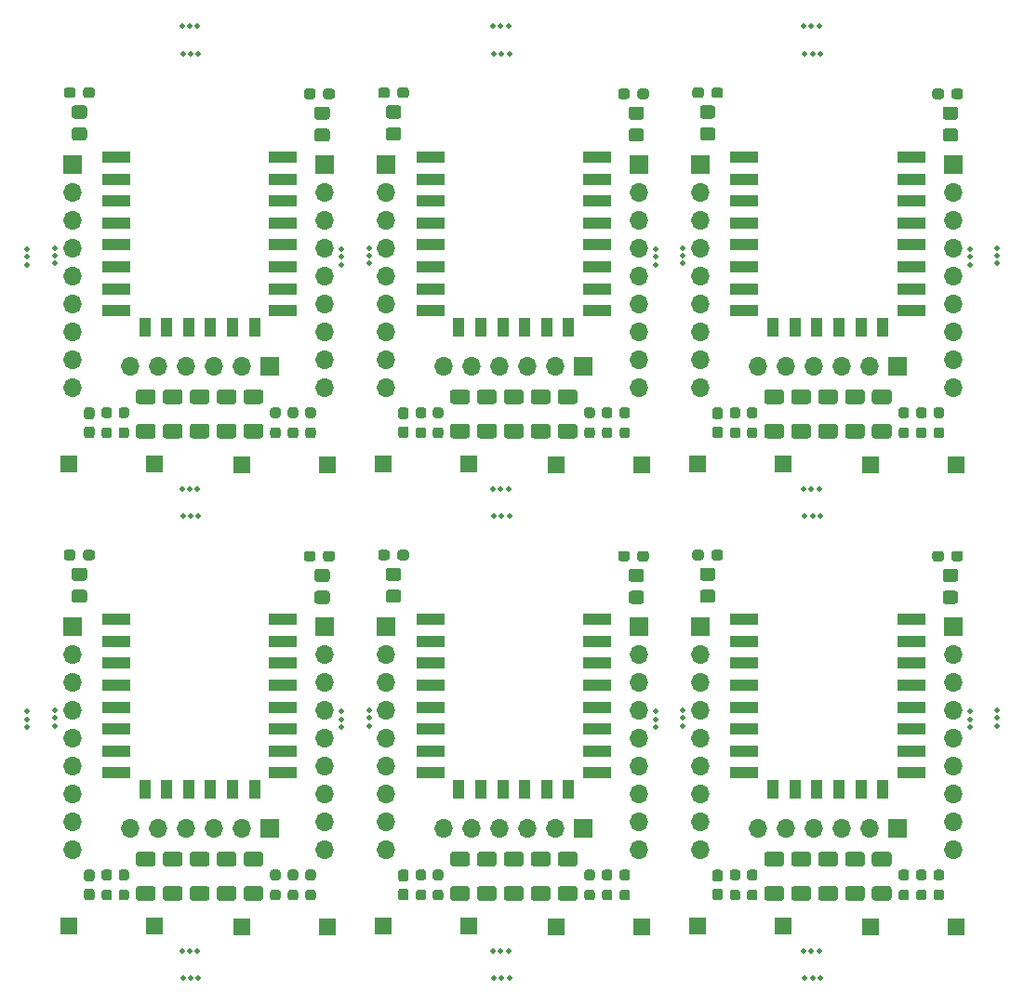
<source format=gbr>
%TF.GenerationSoftware,KiCad,Pcbnew,5.1.12-84ad8e8a86~92~ubuntu20.04.1*%
%TF.CreationDate,2022-01-07T22:28:58+02:00*%
%TF.ProjectId,ESP8266-Breakout-panel,45535038-3236-4362-9d42-7265616b6f75,rev?*%
%TF.SameCoordinates,Original*%
%TF.FileFunction,Soldermask,Top*%
%TF.FilePolarity,Negative*%
%FSLAX46Y46*%
G04 Gerber Fmt 4.6, Leading zero omitted, Abs format (unit mm)*
G04 Created by KiCad (PCBNEW 5.1.12-84ad8e8a86~92~ubuntu20.04.1) date 2022-01-07 22:28:58*
%MOMM*%
%LPD*%
G01*
G04 APERTURE LIST*
%ADD10R,2.500000X1.000000*%
%ADD11R,1.000000X1.800000*%
%ADD12O,1.700000X1.700000*%
%ADD13R,1.700000X1.700000*%
%ADD14R,1.500000X1.500000*%
%ADD15C,0.500000*%
G04 APERTURE END LIST*
%TO.C,C104*%
G36*
G01*
X179169998Y-131375000D02*
X180470002Y-131375000D01*
G75*
G02*
X180720000Y-131624998I0J-249998D01*
G01*
X180720000Y-132450002D01*
G75*
G02*
X180470002Y-132700000I-249998J0D01*
G01*
X179169998Y-132700000D01*
G75*
G02*
X178920000Y-132450002I0J249998D01*
G01*
X178920000Y-131624998D01*
G75*
G02*
X179169998Y-131375000I249998J0D01*
G01*
G37*
G36*
G01*
X179169998Y-128250000D02*
X180470002Y-128250000D01*
G75*
G02*
X180720000Y-128499998I0J-249998D01*
G01*
X180720000Y-129325002D01*
G75*
G02*
X180470002Y-129575000I-249998J0D01*
G01*
X179169998Y-129575000D01*
G75*
G02*
X178920000Y-129325002I0J249998D01*
G01*
X178920000Y-128499998D01*
G75*
G02*
X179169998Y-128250000I249998J0D01*
G01*
G37*
%TD*%
%TO.C,C104*%
G36*
G01*
X150569998Y-131375000D02*
X151870002Y-131375000D01*
G75*
G02*
X152120000Y-131624998I0J-249998D01*
G01*
X152120000Y-132450002D01*
G75*
G02*
X151870002Y-132700000I-249998J0D01*
G01*
X150569998Y-132700000D01*
G75*
G02*
X150320000Y-132450002I0J249998D01*
G01*
X150320000Y-131624998D01*
G75*
G02*
X150569998Y-131375000I249998J0D01*
G01*
G37*
G36*
G01*
X150569998Y-128250000D02*
X151870002Y-128250000D01*
G75*
G02*
X152120000Y-128499998I0J-249998D01*
G01*
X152120000Y-129325002D01*
G75*
G02*
X151870002Y-129575000I-249998J0D01*
G01*
X150569998Y-129575000D01*
G75*
G02*
X150320000Y-129325002I0J249998D01*
G01*
X150320000Y-128499998D01*
G75*
G02*
X150569998Y-128250000I249998J0D01*
G01*
G37*
%TD*%
%TO.C,C104*%
G36*
G01*
X121969998Y-131375000D02*
X123270002Y-131375000D01*
G75*
G02*
X123520000Y-131624998I0J-249998D01*
G01*
X123520000Y-132450002D01*
G75*
G02*
X123270002Y-132700000I-249998J0D01*
G01*
X121969998Y-132700000D01*
G75*
G02*
X121720000Y-132450002I0J249998D01*
G01*
X121720000Y-131624998D01*
G75*
G02*
X121969998Y-131375000I249998J0D01*
G01*
G37*
G36*
G01*
X121969998Y-128250000D02*
X123270002Y-128250000D01*
G75*
G02*
X123520000Y-128499998I0J-249998D01*
G01*
X123520000Y-129325002D01*
G75*
G02*
X123270002Y-129575000I-249998J0D01*
G01*
X121969998Y-129575000D01*
G75*
G02*
X121720000Y-129325002I0J249998D01*
G01*
X121720000Y-128499998D01*
G75*
G02*
X121969998Y-128250000I249998J0D01*
G01*
G37*
%TD*%
%TO.C,C104*%
G36*
G01*
X179169998Y-89275000D02*
X180470002Y-89275000D01*
G75*
G02*
X180720000Y-89524998I0J-249998D01*
G01*
X180720000Y-90350002D01*
G75*
G02*
X180470002Y-90600000I-249998J0D01*
G01*
X179169998Y-90600000D01*
G75*
G02*
X178920000Y-90350002I0J249998D01*
G01*
X178920000Y-89524998D01*
G75*
G02*
X179169998Y-89275000I249998J0D01*
G01*
G37*
G36*
G01*
X179169998Y-86150000D02*
X180470002Y-86150000D01*
G75*
G02*
X180720000Y-86399998I0J-249998D01*
G01*
X180720000Y-87225002D01*
G75*
G02*
X180470002Y-87475000I-249998J0D01*
G01*
X179169998Y-87475000D01*
G75*
G02*
X178920000Y-87225002I0J249998D01*
G01*
X178920000Y-86399998D01*
G75*
G02*
X179169998Y-86150000I249998J0D01*
G01*
G37*
%TD*%
%TO.C,C104*%
G36*
G01*
X150569998Y-89275000D02*
X151870002Y-89275000D01*
G75*
G02*
X152120000Y-89524998I0J-249998D01*
G01*
X152120000Y-90350002D01*
G75*
G02*
X151870002Y-90600000I-249998J0D01*
G01*
X150569998Y-90600000D01*
G75*
G02*
X150320000Y-90350002I0J249998D01*
G01*
X150320000Y-89524998D01*
G75*
G02*
X150569998Y-89275000I249998J0D01*
G01*
G37*
G36*
G01*
X150569998Y-86150000D02*
X151870002Y-86150000D01*
G75*
G02*
X152120000Y-86399998I0J-249998D01*
G01*
X152120000Y-87225002D01*
G75*
G02*
X151870002Y-87475000I-249998J0D01*
G01*
X150569998Y-87475000D01*
G75*
G02*
X150320000Y-87225002I0J249998D01*
G01*
X150320000Y-86399998D01*
G75*
G02*
X150569998Y-86150000I249998J0D01*
G01*
G37*
%TD*%
%TO.C,R504*%
G36*
G01*
X163519999Y-104375000D02*
X164420001Y-104375000D01*
G75*
G02*
X164670000Y-104624999I0J-249999D01*
G01*
X164670000Y-105325001D01*
G75*
G02*
X164420001Y-105575000I-249999J0D01*
G01*
X163519999Y-105575000D01*
G75*
G02*
X163270000Y-105325001I0J249999D01*
G01*
X163270000Y-104624999D01*
G75*
G02*
X163519999Y-104375000I249999J0D01*
G01*
G37*
G36*
G01*
X163519999Y-102375000D02*
X164420001Y-102375000D01*
G75*
G02*
X164670000Y-102624999I0J-249999D01*
G01*
X164670000Y-103325001D01*
G75*
G02*
X164420001Y-103575000I-249999J0D01*
G01*
X163519999Y-103575000D01*
G75*
G02*
X163270000Y-103325001I0J249999D01*
G01*
X163270000Y-102624999D01*
G75*
G02*
X163519999Y-102375000I249999J0D01*
G01*
G37*
%TD*%
%TO.C,R504*%
G36*
G01*
X134919999Y-104375000D02*
X135820001Y-104375000D01*
G75*
G02*
X136070000Y-104624999I0J-249999D01*
G01*
X136070000Y-105325001D01*
G75*
G02*
X135820001Y-105575000I-249999J0D01*
G01*
X134919999Y-105575000D01*
G75*
G02*
X134670000Y-105325001I0J249999D01*
G01*
X134670000Y-104624999D01*
G75*
G02*
X134919999Y-104375000I249999J0D01*
G01*
G37*
G36*
G01*
X134919999Y-102375000D02*
X135820001Y-102375000D01*
G75*
G02*
X136070000Y-102624999I0J-249999D01*
G01*
X136070000Y-103325001D01*
G75*
G02*
X135820001Y-103575000I-249999J0D01*
G01*
X134919999Y-103575000D01*
G75*
G02*
X134670000Y-103325001I0J249999D01*
G01*
X134670000Y-102624999D01*
G75*
G02*
X134919999Y-102375000I249999J0D01*
G01*
G37*
%TD*%
%TO.C,R504*%
G36*
G01*
X106319999Y-104375000D02*
X107220001Y-104375000D01*
G75*
G02*
X107470000Y-104624999I0J-249999D01*
G01*
X107470000Y-105325001D01*
G75*
G02*
X107220001Y-105575000I-249999J0D01*
G01*
X106319999Y-105575000D01*
G75*
G02*
X106070000Y-105325001I0J249999D01*
G01*
X106070000Y-104624999D01*
G75*
G02*
X106319999Y-104375000I249999J0D01*
G01*
G37*
G36*
G01*
X106319999Y-102375000D02*
X107220001Y-102375000D01*
G75*
G02*
X107470000Y-102624999I0J-249999D01*
G01*
X107470000Y-103325001D01*
G75*
G02*
X107220001Y-103575000I-249999J0D01*
G01*
X106319999Y-103575000D01*
G75*
G02*
X106070000Y-103325001I0J249999D01*
G01*
X106070000Y-102624999D01*
G75*
G02*
X106319999Y-102375000I249999J0D01*
G01*
G37*
%TD*%
%TO.C,R504*%
G36*
G01*
X163519999Y-62275000D02*
X164420001Y-62275000D01*
G75*
G02*
X164670000Y-62524999I0J-249999D01*
G01*
X164670000Y-63225001D01*
G75*
G02*
X164420001Y-63475000I-249999J0D01*
G01*
X163519999Y-63475000D01*
G75*
G02*
X163270000Y-63225001I0J249999D01*
G01*
X163270000Y-62524999D01*
G75*
G02*
X163519999Y-62275000I249999J0D01*
G01*
G37*
G36*
G01*
X163519999Y-60275000D02*
X164420001Y-60275000D01*
G75*
G02*
X164670000Y-60524999I0J-249999D01*
G01*
X164670000Y-61225001D01*
G75*
G02*
X164420001Y-61475000I-249999J0D01*
G01*
X163519999Y-61475000D01*
G75*
G02*
X163270000Y-61225001I0J249999D01*
G01*
X163270000Y-60524999D01*
G75*
G02*
X163519999Y-60275000I249999J0D01*
G01*
G37*
%TD*%
%TO.C,R504*%
G36*
G01*
X134919999Y-62275000D02*
X135820001Y-62275000D01*
G75*
G02*
X136070000Y-62524999I0J-249999D01*
G01*
X136070000Y-63225001D01*
G75*
G02*
X135820001Y-63475000I-249999J0D01*
G01*
X134919999Y-63475000D01*
G75*
G02*
X134670000Y-63225001I0J249999D01*
G01*
X134670000Y-62524999D01*
G75*
G02*
X134919999Y-62275000I249999J0D01*
G01*
G37*
G36*
G01*
X134919999Y-60275000D02*
X135820001Y-60275000D01*
G75*
G02*
X136070000Y-60524999I0J-249999D01*
G01*
X136070000Y-61225001D01*
G75*
G02*
X135820001Y-61475000I-249999J0D01*
G01*
X134919999Y-61475000D01*
G75*
G02*
X134670000Y-61225001I0J249999D01*
G01*
X134670000Y-60524999D01*
G75*
G02*
X134919999Y-60275000I249999J0D01*
G01*
G37*
%TD*%
D10*
%TO.C,U501*%
X182520000Y-107075000D03*
X182520000Y-109075000D03*
X182520000Y-111075000D03*
X182520000Y-113075000D03*
X182520000Y-115075000D03*
X182520000Y-117075000D03*
X182520000Y-119075000D03*
X182520000Y-121075000D03*
D11*
X179920000Y-122575000D03*
X177920000Y-122575000D03*
X175920000Y-122575000D03*
X173920000Y-122575000D03*
X171920000Y-122575000D03*
X169920000Y-122575000D03*
D10*
X167320000Y-121075000D03*
X167320000Y-119075000D03*
X167320000Y-117075000D03*
X167320000Y-115075000D03*
X167320000Y-113075000D03*
X167320000Y-111075000D03*
X167320000Y-109075000D03*
X167320000Y-107075000D03*
%TD*%
%TO.C,U501*%
X153920000Y-107075000D03*
X153920000Y-109075000D03*
X153920000Y-111075000D03*
X153920000Y-113075000D03*
X153920000Y-115075000D03*
X153920000Y-117075000D03*
X153920000Y-119075000D03*
X153920000Y-121075000D03*
D11*
X151320000Y-122575000D03*
X149320000Y-122575000D03*
X147320000Y-122575000D03*
X145320000Y-122575000D03*
X143320000Y-122575000D03*
X141320000Y-122575000D03*
D10*
X138720000Y-121075000D03*
X138720000Y-119075000D03*
X138720000Y-117075000D03*
X138720000Y-115075000D03*
X138720000Y-113075000D03*
X138720000Y-111075000D03*
X138720000Y-109075000D03*
X138720000Y-107075000D03*
%TD*%
%TO.C,U501*%
X125320000Y-107075000D03*
X125320000Y-109075000D03*
X125320000Y-111075000D03*
X125320000Y-113075000D03*
X125320000Y-115075000D03*
X125320000Y-117075000D03*
X125320000Y-119075000D03*
X125320000Y-121075000D03*
D11*
X122720000Y-122575000D03*
X120720000Y-122575000D03*
X118720000Y-122575000D03*
X116720000Y-122575000D03*
X114720000Y-122575000D03*
X112720000Y-122575000D03*
D10*
X110120000Y-121075000D03*
X110120000Y-119075000D03*
X110120000Y-117075000D03*
X110120000Y-115075000D03*
X110120000Y-113075000D03*
X110120000Y-111075000D03*
X110120000Y-109075000D03*
X110120000Y-107075000D03*
%TD*%
%TO.C,U501*%
X182520000Y-64975000D03*
X182520000Y-66975000D03*
X182520000Y-68975000D03*
X182520000Y-70975000D03*
X182520000Y-72975000D03*
X182520000Y-74975000D03*
X182520000Y-76975000D03*
X182520000Y-78975000D03*
D11*
X179920000Y-80475000D03*
X177920000Y-80475000D03*
X175920000Y-80475000D03*
X173920000Y-80475000D03*
X171920000Y-80475000D03*
X169920000Y-80475000D03*
D10*
X167320000Y-78975000D03*
X167320000Y-76975000D03*
X167320000Y-74975000D03*
X167320000Y-72975000D03*
X167320000Y-70975000D03*
X167320000Y-68975000D03*
X167320000Y-66975000D03*
X167320000Y-64975000D03*
%TD*%
%TO.C,U501*%
X153920000Y-64975000D03*
X153920000Y-66975000D03*
X153920000Y-68975000D03*
X153920000Y-70975000D03*
X153920000Y-72975000D03*
X153920000Y-74975000D03*
X153920000Y-76975000D03*
X153920000Y-78975000D03*
D11*
X151320000Y-80475000D03*
X149320000Y-80475000D03*
X147320000Y-80475000D03*
X145320000Y-80475000D03*
X143320000Y-80475000D03*
X141320000Y-80475000D03*
D10*
X138720000Y-78975000D03*
X138720000Y-76975000D03*
X138720000Y-74975000D03*
X138720000Y-72975000D03*
X138720000Y-70975000D03*
X138720000Y-68975000D03*
X138720000Y-66975000D03*
X138720000Y-64975000D03*
%TD*%
D12*
%TO.C,J102*%
X186320000Y-128095000D03*
X186320000Y-125555000D03*
X186320000Y-123015000D03*
X186320000Y-120475000D03*
X186320000Y-117935000D03*
X186320000Y-115395000D03*
X186320000Y-112855000D03*
X186320000Y-110315000D03*
D13*
X186320000Y-107775000D03*
%TD*%
D12*
%TO.C,J102*%
X157720000Y-128095000D03*
X157720000Y-125555000D03*
X157720000Y-123015000D03*
X157720000Y-120475000D03*
X157720000Y-117935000D03*
X157720000Y-115395000D03*
X157720000Y-112855000D03*
X157720000Y-110315000D03*
D13*
X157720000Y-107775000D03*
%TD*%
D12*
%TO.C,J102*%
X129120000Y-128095000D03*
X129120000Y-125555000D03*
X129120000Y-123015000D03*
X129120000Y-120475000D03*
X129120000Y-117935000D03*
X129120000Y-115395000D03*
X129120000Y-112855000D03*
X129120000Y-110315000D03*
D13*
X129120000Y-107775000D03*
%TD*%
D12*
%TO.C,J102*%
X186320000Y-85995000D03*
X186320000Y-83455000D03*
X186320000Y-80915000D03*
X186320000Y-78375000D03*
X186320000Y-75835000D03*
X186320000Y-73295000D03*
X186320000Y-70755000D03*
X186320000Y-68215000D03*
D13*
X186320000Y-65675000D03*
%TD*%
D12*
%TO.C,J102*%
X157720000Y-85995000D03*
X157720000Y-83455000D03*
X157720000Y-80915000D03*
X157720000Y-78375000D03*
X157720000Y-75835000D03*
X157720000Y-73295000D03*
X157720000Y-70755000D03*
X157720000Y-68215000D03*
D13*
X157720000Y-65675000D03*
%TD*%
%TO.C,R507*%
G36*
G01*
X185619999Y-104475000D02*
X186520001Y-104475000D01*
G75*
G02*
X186770000Y-104724999I0J-249999D01*
G01*
X186770000Y-105425001D01*
G75*
G02*
X186520001Y-105675000I-249999J0D01*
G01*
X185619999Y-105675000D01*
G75*
G02*
X185370000Y-105425001I0J249999D01*
G01*
X185370000Y-104724999D01*
G75*
G02*
X185619999Y-104475000I249999J0D01*
G01*
G37*
G36*
G01*
X185619999Y-102475000D02*
X186520001Y-102475000D01*
G75*
G02*
X186770000Y-102724999I0J-249999D01*
G01*
X186770000Y-103425001D01*
G75*
G02*
X186520001Y-103675000I-249999J0D01*
G01*
X185619999Y-103675000D01*
G75*
G02*
X185370000Y-103425001I0J249999D01*
G01*
X185370000Y-102724999D01*
G75*
G02*
X185619999Y-102475000I249999J0D01*
G01*
G37*
%TD*%
%TO.C,R507*%
G36*
G01*
X157019999Y-104475000D02*
X157920001Y-104475000D01*
G75*
G02*
X158170000Y-104724999I0J-249999D01*
G01*
X158170000Y-105425001D01*
G75*
G02*
X157920001Y-105675000I-249999J0D01*
G01*
X157019999Y-105675000D01*
G75*
G02*
X156770000Y-105425001I0J249999D01*
G01*
X156770000Y-104724999D01*
G75*
G02*
X157019999Y-104475000I249999J0D01*
G01*
G37*
G36*
G01*
X157019999Y-102475000D02*
X157920001Y-102475000D01*
G75*
G02*
X158170000Y-102724999I0J-249999D01*
G01*
X158170000Y-103425001D01*
G75*
G02*
X157920001Y-103675000I-249999J0D01*
G01*
X157019999Y-103675000D01*
G75*
G02*
X156770000Y-103425001I0J249999D01*
G01*
X156770000Y-102724999D01*
G75*
G02*
X157019999Y-102475000I249999J0D01*
G01*
G37*
%TD*%
%TO.C,R507*%
G36*
G01*
X128419999Y-104475000D02*
X129320001Y-104475000D01*
G75*
G02*
X129570000Y-104724999I0J-249999D01*
G01*
X129570000Y-105425001D01*
G75*
G02*
X129320001Y-105675000I-249999J0D01*
G01*
X128419999Y-105675000D01*
G75*
G02*
X128170000Y-105425001I0J249999D01*
G01*
X128170000Y-104724999D01*
G75*
G02*
X128419999Y-104475000I249999J0D01*
G01*
G37*
G36*
G01*
X128419999Y-102475000D02*
X129320001Y-102475000D01*
G75*
G02*
X129570000Y-102724999I0J-249999D01*
G01*
X129570000Y-103425001D01*
G75*
G02*
X129320001Y-103675000I-249999J0D01*
G01*
X128419999Y-103675000D01*
G75*
G02*
X128170000Y-103425001I0J249999D01*
G01*
X128170000Y-102724999D01*
G75*
G02*
X128419999Y-102475000I249999J0D01*
G01*
G37*
%TD*%
%TO.C,R507*%
G36*
G01*
X185619999Y-62375000D02*
X186520001Y-62375000D01*
G75*
G02*
X186770000Y-62624999I0J-249999D01*
G01*
X186770000Y-63325001D01*
G75*
G02*
X186520001Y-63575000I-249999J0D01*
G01*
X185619999Y-63575000D01*
G75*
G02*
X185370000Y-63325001I0J249999D01*
G01*
X185370000Y-62624999D01*
G75*
G02*
X185619999Y-62375000I249999J0D01*
G01*
G37*
G36*
G01*
X185619999Y-60375000D02*
X186520001Y-60375000D01*
G75*
G02*
X186770000Y-60624999I0J-249999D01*
G01*
X186770000Y-61325001D01*
G75*
G02*
X186520001Y-61575000I-249999J0D01*
G01*
X185619999Y-61575000D01*
G75*
G02*
X185370000Y-61325001I0J249999D01*
G01*
X185370000Y-60624999D01*
G75*
G02*
X185619999Y-60375000I249999J0D01*
G01*
G37*
%TD*%
%TO.C,R507*%
G36*
G01*
X157019999Y-62375000D02*
X157920001Y-62375000D01*
G75*
G02*
X158170000Y-62624999I0J-249999D01*
G01*
X158170000Y-63325001D01*
G75*
G02*
X157920001Y-63575000I-249999J0D01*
G01*
X157019999Y-63575000D01*
G75*
G02*
X156770000Y-63325001I0J249999D01*
G01*
X156770000Y-62624999D01*
G75*
G02*
X157019999Y-62375000I249999J0D01*
G01*
G37*
G36*
G01*
X157019999Y-60375000D02*
X157920001Y-60375000D01*
G75*
G02*
X158170000Y-60624999I0J-249999D01*
G01*
X158170000Y-61325001D01*
G75*
G02*
X157920001Y-61575000I-249999J0D01*
G01*
X157019999Y-61575000D01*
G75*
G02*
X156770000Y-61325001I0J249999D01*
G01*
X156770000Y-60624999D01*
G75*
G02*
X157019999Y-60375000I249999J0D01*
G01*
G37*
%TD*%
%TO.C,C103*%
G36*
G01*
X176719998Y-131375000D02*
X178020002Y-131375000D01*
G75*
G02*
X178270000Y-131624998I0J-249998D01*
G01*
X178270000Y-132450002D01*
G75*
G02*
X178020002Y-132700000I-249998J0D01*
G01*
X176719998Y-132700000D01*
G75*
G02*
X176470000Y-132450002I0J249998D01*
G01*
X176470000Y-131624998D01*
G75*
G02*
X176719998Y-131375000I249998J0D01*
G01*
G37*
G36*
G01*
X176719998Y-128250000D02*
X178020002Y-128250000D01*
G75*
G02*
X178270000Y-128499998I0J-249998D01*
G01*
X178270000Y-129325002D01*
G75*
G02*
X178020002Y-129575000I-249998J0D01*
G01*
X176719998Y-129575000D01*
G75*
G02*
X176470000Y-129325002I0J249998D01*
G01*
X176470000Y-128499998D01*
G75*
G02*
X176719998Y-128250000I249998J0D01*
G01*
G37*
%TD*%
%TO.C,C103*%
G36*
G01*
X148119998Y-131375000D02*
X149420002Y-131375000D01*
G75*
G02*
X149670000Y-131624998I0J-249998D01*
G01*
X149670000Y-132450002D01*
G75*
G02*
X149420002Y-132700000I-249998J0D01*
G01*
X148119998Y-132700000D01*
G75*
G02*
X147870000Y-132450002I0J249998D01*
G01*
X147870000Y-131624998D01*
G75*
G02*
X148119998Y-131375000I249998J0D01*
G01*
G37*
G36*
G01*
X148119998Y-128250000D02*
X149420002Y-128250000D01*
G75*
G02*
X149670000Y-128499998I0J-249998D01*
G01*
X149670000Y-129325002D01*
G75*
G02*
X149420002Y-129575000I-249998J0D01*
G01*
X148119998Y-129575000D01*
G75*
G02*
X147870000Y-129325002I0J249998D01*
G01*
X147870000Y-128499998D01*
G75*
G02*
X148119998Y-128250000I249998J0D01*
G01*
G37*
%TD*%
%TO.C,C103*%
G36*
G01*
X119519998Y-131375000D02*
X120820002Y-131375000D01*
G75*
G02*
X121070000Y-131624998I0J-249998D01*
G01*
X121070000Y-132450002D01*
G75*
G02*
X120820002Y-132700000I-249998J0D01*
G01*
X119519998Y-132700000D01*
G75*
G02*
X119270000Y-132450002I0J249998D01*
G01*
X119270000Y-131624998D01*
G75*
G02*
X119519998Y-131375000I249998J0D01*
G01*
G37*
G36*
G01*
X119519998Y-128250000D02*
X120820002Y-128250000D01*
G75*
G02*
X121070000Y-128499998I0J-249998D01*
G01*
X121070000Y-129325002D01*
G75*
G02*
X120820002Y-129575000I-249998J0D01*
G01*
X119519998Y-129575000D01*
G75*
G02*
X119270000Y-129325002I0J249998D01*
G01*
X119270000Y-128499998D01*
G75*
G02*
X119519998Y-128250000I249998J0D01*
G01*
G37*
%TD*%
%TO.C,C103*%
G36*
G01*
X176719998Y-89275000D02*
X178020002Y-89275000D01*
G75*
G02*
X178270000Y-89524998I0J-249998D01*
G01*
X178270000Y-90350002D01*
G75*
G02*
X178020002Y-90600000I-249998J0D01*
G01*
X176719998Y-90600000D01*
G75*
G02*
X176470000Y-90350002I0J249998D01*
G01*
X176470000Y-89524998D01*
G75*
G02*
X176719998Y-89275000I249998J0D01*
G01*
G37*
G36*
G01*
X176719998Y-86150000D02*
X178020002Y-86150000D01*
G75*
G02*
X178270000Y-86399998I0J-249998D01*
G01*
X178270000Y-87225002D01*
G75*
G02*
X178020002Y-87475000I-249998J0D01*
G01*
X176719998Y-87475000D01*
G75*
G02*
X176470000Y-87225002I0J249998D01*
G01*
X176470000Y-86399998D01*
G75*
G02*
X176719998Y-86150000I249998J0D01*
G01*
G37*
%TD*%
%TO.C,C103*%
G36*
G01*
X148119998Y-89275000D02*
X149420002Y-89275000D01*
G75*
G02*
X149670000Y-89524998I0J-249998D01*
G01*
X149670000Y-90350002D01*
G75*
G02*
X149420002Y-90600000I-249998J0D01*
G01*
X148119998Y-90600000D01*
G75*
G02*
X147870000Y-90350002I0J249998D01*
G01*
X147870000Y-89524998D01*
G75*
G02*
X148119998Y-89275000I249998J0D01*
G01*
G37*
G36*
G01*
X148119998Y-86150000D02*
X149420002Y-86150000D01*
G75*
G02*
X149670000Y-86399998I0J-249998D01*
G01*
X149670000Y-87225002D01*
G75*
G02*
X149420002Y-87475000I-249998J0D01*
G01*
X148119998Y-87475000D01*
G75*
G02*
X147870000Y-87225002I0J249998D01*
G01*
X147870000Y-86399998D01*
G75*
G02*
X148119998Y-86150000I249998J0D01*
G01*
G37*
%TD*%
%TO.C,R505*%
G36*
G01*
X183657500Y-130850000D02*
X183182500Y-130850000D01*
G75*
G02*
X182945000Y-130612500I0J237500D01*
G01*
X182945000Y-130112500D01*
G75*
G02*
X183182500Y-129875000I237500J0D01*
G01*
X183657500Y-129875000D01*
G75*
G02*
X183895000Y-130112500I0J-237500D01*
G01*
X183895000Y-130612500D01*
G75*
G02*
X183657500Y-130850000I-237500J0D01*
G01*
G37*
G36*
G01*
X183657500Y-132675000D02*
X183182500Y-132675000D01*
G75*
G02*
X182945000Y-132437500I0J237500D01*
G01*
X182945000Y-131937500D01*
G75*
G02*
X183182500Y-131700000I237500J0D01*
G01*
X183657500Y-131700000D01*
G75*
G02*
X183895000Y-131937500I0J-237500D01*
G01*
X183895000Y-132437500D01*
G75*
G02*
X183657500Y-132675000I-237500J0D01*
G01*
G37*
%TD*%
%TO.C,R505*%
G36*
G01*
X155057500Y-130850000D02*
X154582500Y-130850000D01*
G75*
G02*
X154345000Y-130612500I0J237500D01*
G01*
X154345000Y-130112500D01*
G75*
G02*
X154582500Y-129875000I237500J0D01*
G01*
X155057500Y-129875000D01*
G75*
G02*
X155295000Y-130112500I0J-237500D01*
G01*
X155295000Y-130612500D01*
G75*
G02*
X155057500Y-130850000I-237500J0D01*
G01*
G37*
G36*
G01*
X155057500Y-132675000D02*
X154582500Y-132675000D01*
G75*
G02*
X154345000Y-132437500I0J237500D01*
G01*
X154345000Y-131937500D01*
G75*
G02*
X154582500Y-131700000I237500J0D01*
G01*
X155057500Y-131700000D01*
G75*
G02*
X155295000Y-131937500I0J-237500D01*
G01*
X155295000Y-132437500D01*
G75*
G02*
X155057500Y-132675000I-237500J0D01*
G01*
G37*
%TD*%
%TO.C,R505*%
G36*
G01*
X126457500Y-130850000D02*
X125982500Y-130850000D01*
G75*
G02*
X125745000Y-130612500I0J237500D01*
G01*
X125745000Y-130112500D01*
G75*
G02*
X125982500Y-129875000I237500J0D01*
G01*
X126457500Y-129875000D01*
G75*
G02*
X126695000Y-130112500I0J-237500D01*
G01*
X126695000Y-130612500D01*
G75*
G02*
X126457500Y-130850000I-237500J0D01*
G01*
G37*
G36*
G01*
X126457500Y-132675000D02*
X125982500Y-132675000D01*
G75*
G02*
X125745000Y-132437500I0J237500D01*
G01*
X125745000Y-131937500D01*
G75*
G02*
X125982500Y-131700000I237500J0D01*
G01*
X126457500Y-131700000D01*
G75*
G02*
X126695000Y-131937500I0J-237500D01*
G01*
X126695000Y-132437500D01*
G75*
G02*
X126457500Y-132675000I-237500J0D01*
G01*
G37*
%TD*%
%TO.C,R505*%
G36*
G01*
X183657500Y-88750000D02*
X183182500Y-88750000D01*
G75*
G02*
X182945000Y-88512500I0J237500D01*
G01*
X182945000Y-88012500D01*
G75*
G02*
X183182500Y-87775000I237500J0D01*
G01*
X183657500Y-87775000D01*
G75*
G02*
X183895000Y-88012500I0J-237500D01*
G01*
X183895000Y-88512500D01*
G75*
G02*
X183657500Y-88750000I-237500J0D01*
G01*
G37*
G36*
G01*
X183657500Y-90575000D02*
X183182500Y-90575000D01*
G75*
G02*
X182945000Y-90337500I0J237500D01*
G01*
X182945000Y-89837500D01*
G75*
G02*
X183182500Y-89600000I237500J0D01*
G01*
X183657500Y-89600000D01*
G75*
G02*
X183895000Y-89837500I0J-237500D01*
G01*
X183895000Y-90337500D01*
G75*
G02*
X183657500Y-90575000I-237500J0D01*
G01*
G37*
%TD*%
%TO.C,R505*%
G36*
G01*
X155057500Y-88750000D02*
X154582500Y-88750000D01*
G75*
G02*
X154345000Y-88512500I0J237500D01*
G01*
X154345000Y-88012500D01*
G75*
G02*
X154582500Y-87775000I237500J0D01*
G01*
X155057500Y-87775000D01*
G75*
G02*
X155295000Y-88012500I0J-237500D01*
G01*
X155295000Y-88512500D01*
G75*
G02*
X155057500Y-88750000I-237500J0D01*
G01*
G37*
G36*
G01*
X155057500Y-90575000D02*
X154582500Y-90575000D01*
G75*
G02*
X154345000Y-90337500I0J237500D01*
G01*
X154345000Y-89837500D01*
G75*
G02*
X154582500Y-89600000I237500J0D01*
G01*
X155057500Y-89600000D01*
G75*
G02*
X155295000Y-89837500I0J-237500D01*
G01*
X155295000Y-90337500D01*
G75*
G02*
X155057500Y-90575000I-237500J0D01*
G01*
G37*
%TD*%
%TO.C,R506*%
G36*
G01*
X185257500Y-130850000D02*
X184782500Y-130850000D01*
G75*
G02*
X184545000Y-130612500I0J237500D01*
G01*
X184545000Y-130112500D01*
G75*
G02*
X184782500Y-129875000I237500J0D01*
G01*
X185257500Y-129875000D01*
G75*
G02*
X185495000Y-130112500I0J-237500D01*
G01*
X185495000Y-130612500D01*
G75*
G02*
X185257500Y-130850000I-237500J0D01*
G01*
G37*
G36*
G01*
X185257500Y-132675000D02*
X184782500Y-132675000D01*
G75*
G02*
X184545000Y-132437500I0J237500D01*
G01*
X184545000Y-131937500D01*
G75*
G02*
X184782500Y-131700000I237500J0D01*
G01*
X185257500Y-131700000D01*
G75*
G02*
X185495000Y-131937500I0J-237500D01*
G01*
X185495000Y-132437500D01*
G75*
G02*
X185257500Y-132675000I-237500J0D01*
G01*
G37*
%TD*%
%TO.C,R506*%
G36*
G01*
X156657500Y-130850000D02*
X156182500Y-130850000D01*
G75*
G02*
X155945000Y-130612500I0J237500D01*
G01*
X155945000Y-130112500D01*
G75*
G02*
X156182500Y-129875000I237500J0D01*
G01*
X156657500Y-129875000D01*
G75*
G02*
X156895000Y-130112500I0J-237500D01*
G01*
X156895000Y-130612500D01*
G75*
G02*
X156657500Y-130850000I-237500J0D01*
G01*
G37*
G36*
G01*
X156657500Y-132675000D02*
X156182500Y-132675000D01*
G75*
G02*
X155945000Y-132437500I0J237500D01*
G01*
X155945000Y-131937500D01*
G75*
G02*
X156182500Y-131700000I237500J0D01*
G01*
X156657500Y-131700000D01*
G75*
G02*
X156895000Y-131937500I0J-237500D01*
G01*
X156895000Y-132437500D01*
G75*
G02*
X156657500Y-132675000I-237500J0D01*
G01*
G37*
%TD*%
%TO.C,R506*%
G36*
G01*
X128057500Y-130850000D02*
X127582500Y-130850000D01*
G75*
G02*
X127345000Y-130612500I0J237500D01*
G01*
X127345000Y-130112500D01*
G75*
G02*
X127582500Y-129875000I237500J0D01*
G01*
X128057500Y-129875000D01*
G75*
G02*
X128295000Y-130112500I0J-237500D01*
G01*
X128295000Y-130612500D01*
G75*
G02*
X128057500Y-130850000I-237500J0D01*
G01*
G37*
G36*
G01*
X128057500Y-132675000D02*
X127582500Y-132675000D01*
G75*
G02*
X127345000Y-132437500I0J237500D01*
G01*
X127345000Y-131937500D01*
G75*
G02*
X127582500Y-131700000I237500J0D01*
G01*
X128057500Y-131700000D01*
G75*
G02*
X128295000Y-131937500I0J-237500D01*
G01*
X128295000Y-132437500D01*
G75*
G02*
X128057500Y-132675000I-237500J0D01*
G01*
G37*
%TD*%
%TO.C,R506*%
G36*
G01*
X185257500Y-88750000D02*
X184782500Y-88750000D01*
G75*
G02*
X184545000Y-88512500I0J237500D01*
G01*
X184545000Y-88012500D01*
G75*
G02*
X184782500Y-87775000I237500J0D01*
G01*
X185257500Y-87775000D01*
G75*
G02*
X185495000Y-88012500I0J-237500D01*
G01*
X185495000Y-88512500D01*
G75*
G02*
X185257500Y-88750000I-237500J0D01*
G01*
G37*
G36*
G01*
X185257500Y-90575000D02*
X184782500Y-90575000D01*
G75*
G02*
X184545000Y-90337500I0J237500D01*
G01*
X184545000Y-89837500D01*
G75*
G02*
X184782500Y-89600000I237500J0D01*
G01*
X185257500Y-89600000D01*
G75*
G02*
X185495000Y-89837500I0J-237500D01*
G01*
X185495000Y-90337500D01*
G75*
G02*
X185257500Y-90575000I-237500J0D01*
G01*
G37*
%TD*%
%TO.C,R506*%
G36*
G01*
X156657500Y-88750000D02*
X156182500Y-88750000D01*
G75*
G02*
X155945000Y-88512500I0J237500D01*
G01*
X155945000Y-88012500D01*
G75*
G02*
X156182500Y-87775000I237500J0D01*
G01*
X156657500Y-87775000D01*
G75*
G02*
X156895000Y-88012500I0J-237500D01*
G01*
X156895000Y-88512500D01*
G75*
G02*
X156657500Y-88750000I-237500J0D01*
G01*
G37*
G36*
G01*
X156657500Y-90575000D02*
X156182500Y-90575000D01*
G75*
G02*
X155945000Y-90337500I0J237500D01*
G01*
X155945000Y-89837500D01*
G75*
G02*
X156182500Y-89600000I237500J0D01*
G01*
X156657500Y-89600000D01*
G75*
G02*
X156895000Y-89837500I0J-237500D01*
G01*
X156895000Y-90337500D01*
G75*
G02*
X156657500Y-90575000I-237500J0D01*
G01*
G37*
%TD*%
%TO.C,D502*%
G36*
G01*
X186170000Y-101562500D02*
X186170000Y-101087500D01*
G75*
G02*
X186407500Y-100850000I237500J0D01*
G01*
X186982500Y-100850000D01*
G75*
G02*
X187220000Y-101087500I0J-237500D01*
G01*
X187220000Y-101562500D01*
G75*
G02*
X186982500Y-101800000I-237500J0D01*
G01*
X186407500Y-101800000D01*
G75*
G02*
X186170000Y-101562500I0J237500D01*
G01*
G37*
G36*
G01*
X184420000Y-101562500D02*
X184420000Y-101087500D01*
G75*
G02*
X184657500Y-100850000I237500J0D01*
G01*
X185232500Y-100850000D01*
G75*
G02*
X185470000Y-101087500I0J-237500D01*
G01*
X185470000Y-101562500D01*
G75*
G02*
X185232500Y-101800000I-237500J0D01*
G01*
X184657500Y-101800000D01*
G75*
G02*
X184420000Y-101562500I0J237500D01*
G01*
G37*
%TD*%
%TO.C,D502*%
G36*
G01*
X157570000Y-101562500D02*
X157570000Y-101087500D01*
G75*
G02*
X157807500Y-100850000I237500J0D01*
G01*
X158382500Y-100850000D01*
G75*
G02*
X158620000Y-101087500I0J-237500D01*
G01*
X158620000Y-101562500D01*
G75*
G02*
X158382500Y-101800000I-237500J0D01*
G01*
X157807500Y-101800000D01*
G75*
G02*
X157570000Y-101562500I0J237500D01*
G01*
G37*
G36*
G01*
X155820000Y-101562500D02*
X155820000Y-101087500D01*
G75*
G02*
X156057500Y-100850000I237500J0D01*
G01*
X156632500Y-100850000D01*
G75*
G02*
X156870000Y-101087500I0J-237500D01*
G01*
X156870000Y-101562500D01*
G75*
G02*
X156632500Y-101800000I-237500J0D01*
G01*
X156057500Y-101800000D01*
G75*
G02*
X155820000Y-101562500I0J237500D01*
G01*
G37*
%TD*%
%TO.C,D502*%
G36*
G01*
X128970000Y-101562500D02*
X128970000Y-101087500D01*
G75*
G02*
X129207500Y-100850000I237500J0D01*
G01*
X129782500Y-100850000D01*
G75*
G02*
X130020000Y-101087500I0J-237500D01*
G01*
X130020000Y-101562500D01*
G75*
G02*
X129782500Y-101800000I-237500J0D01*
G01*
X129207500Y-101800000D01*
G75*
G02*
X128970000Y-101562500I0J237500D01*
G01*
G37*
G36*
G01*
X127220000Y-101562500D02*
X127220000Y-101087500D01*
G75*
G02*
X127457500Y-100850000I237500J0D01*
G01*
X128032500Y-100850000D01*
G75*
G02*
X128270000Y-101087500I0J-237500D01*
G01*
X128270000Y-101562500D01*
G75*
G02*
X128032500Y-101800000I-237500J0D01*
G01*
X127457500Y-101800000D01*
G75*
G02*
X127220000Y-101562500I0J237500D01*
G01*
G37*
%TD*%
%TO.C,D502*%
G36*
G01*
X186170000Y-59462500D02*
X186170000Y-58987500D01*
G75*
G02*
X186407500Y-58750000I237500J0D01*
G01*
X186982500Y-58750000D01*
G75*
G02*
X187220000Y-58987500I0J-237500D01*
G01*
X187220000Y-59462500D01*
G75*
G02*
X186982500Y-59700000I-237500J0D01*
G01*
X186407500Y-59700000D01*
G75*
G02*
X186170000Y-59462500I0J237500D01*
G01*
G37*
G36*
G01*
X184420000Y-59462500D02*
X184420000Y-58987500D01*
G75*
G02*
X184657500Y-58750000I237500J0D01*
G01*
X185232500Y-58750000D01*
G75*
G02*
X185470000Y-58987500I0J-237500D01*
G01*
X185470000Y-59462500D01*
G75*
G02*
X185232500Y-59700000I-237500J0D01*
G01*
X184657500Y-59700000D01*
G75*
G02*
X184420000Y-59462500I0J237500D01*
G01*
G37*
%TD*%
%TO.C,D502*%
G36*
G01*
X157570000Y-59462500D02*
X157570000Y-58987500D01*
G75*
G02*
X157807500Y-58750000I237500J0D01*
G01*
X158382500Y-58750000D01*
G75*
G02*
X158620000Y-58987500I0J-237500D01*
G01*
X158620000Y-59462500D01*
G75*
G02*
X158382500Y-59700000I-237500J0D01*
G01*
X157807500Y-59700000D01*
G75*
G02*
X157570000Y-59462500I0J237500D01*
G01*
G37*
G36*
G01*
X155820000Y-59462500D02*
X155820000Y-58987500D01*
G75*
G02*
X156057500Y-58750000I237500J0D01*
G01*
X156632500Y-58750000D01*
G75*
G02*
X156870000Y-58987500I0J-237500D01*
G01*
X156870000Y-59462500D01*
G75*
G02*
X156632500Y-59700000I-237500J0D01*
G01*
X156057500Y-59700000D01*
G75*
G02*
X155820000Y-59462500I0J237500D01*
G01*
G37*
%TD*%
%TO.C,R501*%
G36*
G01*
X181582500Y-131700000D02*
X182057500Y-131700000D01*
G75*
G02*
X182295000Y-131937500I0J-237500D01*
G01*
X182295000Y-132437500D01*
G75*
G02*
X182057500Y-132675000I-237500J0D01*
G01*
X181582500Y-132675000D01*
G75*
G02*
X181345000Y-132437500I0J237500D01*
G01*
X181345000Y-131937500D01*
G75*
G02*
X181582500Y-131700000I237500J0D01*
G01*
G37*
G36*
G01*
X181582500Y-129875000D02*
X182057500Y-129875000D01*
G75*
G02*
X182295000Y-130112500I0J-237500D01*
G01*
X182295000Y-130612500D01*
G75*
G02*
X182057500Y-130850000I-237500J0D01*
G01*
X181582500Y-130850000D01*
G75*
G02*
X181345000Y-130612500I0J237500D01*
G01*
X181345000Y-130112500D01*
G75*
G02*
X181582500Y-129875000I237500J0D01*
G01*
G37*
%TD*%
%TO.C,R501*%
G36*
G01*
X152982500Y-131700000D02*
X153457500Y-131700000D01*
G75*
G02*
X153695000Y-131937500I0J-237500D01*
G01*
X153695000Y-132437500D01*
G75*
G02*
X153457500Y-132675000I-237500J0D01*
G01*
X152982500Y-132675000D01*
G75*
G02*
X152745000Y-132437500I0J237500D01*
G01*
X152745000Y-131937500D01*
G75*
G02*
X152982500Y-131700000I237500J0D01*
G01*
G37*
G36*
G01*
X152982500Y-129875000D02*
X153457500Y-129875000D01*
G75*
G02*
X153695000Y-130112500I0J-237500D01*
G01*
X153695000Y-130612500D01*
G75*
G02*
X153457500Y-130850000I-237500J0D01*
G01*
X152982500Y-130850000D01*
G75*
G02*
X152745000Y-130612500I0J237500D01*
G01*
X152745000Y-130112500D01*
G75*
G02*
X152982500Y-129875000I237500J0D01*
G01*
G37*
%TD*%
%TO.C,R501*%
G36*
G01*
X124382500Y-131700000D02*
X124857500Y-131700000D01*
G75*
G02*
X125095000Y-131937500I0J-237500D01*
G01*
X125095000Y-132437500D01*
G75*
G02*
X124857500Y-132675000I-237500J0D01*
G01*
X124382500Y-132675000D01*
G75*
G02*
X124145000Y-132437500I0J237500D01*
G01*
X124145000Y-131937500D01*
G75*
G02*
X124382500Y-131700000I237500J0D01*
G01*
G37*
G36*
G01*
X124382500Y-129875000D02*
X124857500Y-129875000D01*
G75*
G02*
X125095000Y-130112500I0J-237500D01*
G01*
X125095000Y-130612500D01*
G75*
G02*
X124857500Y-130850000I-237500J0D01*
G01*
X124382500Y-130850000D01*
G75*
G02*
X124145000Y-130612500I0J237500D01*
G01*
X124145000Y-130112500D01*
G75*
G02*
X124382500Y-129875000I237500J0D01*
G01*
G37*
%TD*%
%TO.C,R501*%
G36*
G01*
X181582500Y-89600000D02*
X182057500Y-89600000D01*
G75*
G02*
X182295000Y-89837500I0J-237500D01*
G01*
X182295000Y-90337500D01*
G75*
G02*
X182057500Y-90575000I-237500J0D01*
G01*
X181582500Y-90575000D01*
G75*
G02*
X181345000Y-90337500I0J237500D01*
G01*
X181345000Y-89837500D01*
G75*
G02*
X181582500Y-89600000I237500J0D01*
G01*
G37*
G36*
G01*
X181582500Y-87775000D02*
X182057500Y-87775000D01*
G75*
G02*
X182295000Y-88012500I0J-237500D01*
G01*
X182295000Y-88512500D01*
G75*
G02*
X182057500Y-88750000I-237500J0D01*
G01*
X181582500Y-88750000D01*
G75*
G02*
X181345000Y-88512500I0J237500D01*
G01*
X181345000Y-88012500D01*
G75*
G02*
X181582500Y-87775000I237500J0D01*
G01*
G37*
%TD*%
%TO.C,R501*%
G36*
G01*
X152982500Y-89600000D02*
X153457500Y-89600000D01*
G75*
G02*
X153695000Y-89837500I0J-237500D01*
G01*
X153695000Y-90337500D01*
G75*
G02*
X153457500Y-90575000I-237500J0D01*
G01*
X152982500Y-90575000D01*
G75*
G02*
X152745000Y-90337500I0J237500D01*
G01*
X152745000Y-89837500D01*
G75*
G02*
X152982500Y-89600000I237500J0D01*
G01*
G37*
G36*
G01*
X152982500Y-87775000D02*
X153457500Y-87775000D01*
G75*
G02*
X153695000Y-88012500I0J-237500D01*
G01*
X153695000Y-88512500D01*
G75*
G02*
X153457500Y-88750000I-237500J0D01*
G01*
X152982500Y-88750000D01*
G75*
G02*
X152745000Y-88512500I0J237500D01*
G01*
X152745000Y-88012500D01*
G75*
G02*
X152982500Y-87775000I237500J0D01*
G01*
G37*
%TD*%
%TO.C,C102*%
G36*
G01*
X169369998Y-131375000D02*
X170670002Y-131375000D01*
G75*
G02*
X170920000Y-131624998I0J-249998D01*
G01*
X170920000Y-132450002D01*
G75*
G02*
X170670002Y-132700000I-249998J0D01*
G01*
X169369998Y-132700000D01*
G75*
G02*
X169120000Y-132450002I0J249998D01*
G01*
X169120000Y-131624998D01*
G75*
G02*
X169369998Y-131375000I249998J0D01*
G01*
G37*
G36*
G01*
X169369998Y-128250000D02*
X170670002Y-128250000D01*
G75*
G02*
X170920000Y-128499998I0J-249998D01*
G01*
X170920000Y-129325002D01*
G75*
G02*
X170670002Y-129575000I-249998J0D01*
G01*
X169369998Y-129575000D01*
G75*
G02*
X169120000Y-129325002I0J249998D01*
G01*
X169120000Y-128499998D01*
G75*
G02*
X169369998Y-128250000I249998J0D01*
G01*
G37*
%TD*%
%TO.C,C102*%
G36*
G01*
X140769998Y-131375000D02*
X142070002Y-131375000D01*
G75*
G02*
X142320000Y-131624998I0J-249998D01*
G01*
X142320000Y-132450002D01*
G75*
G02*
X142070002Y-132700000I-249998J0D01*
G01*
X140769998Y-132700000D01*
G75*
G02*
X140520000Y-132450002I0J249998D01*
G01*
X140520000Y-131624998D01*
G75*
G02*
X140769998Y-131375000I249998J0D01*
G01*
G37*
G36*
G01*
X140769998Y-128250000D02*
X142070002Y-128250000D01*
G75*
G02*
X142320000Y-128499998I0J-249998D01*
G01*
X142320000Y-129325002D01*
G75*
G02*
X142070002Y-129575000I-249998J0D01*
G01*
X140769998Y-129575000D01*
G75*
G02*
X140520000Y-129325002I0J249998D01*
G01*
X140520000Y-128499998D01*
G75*
G02*
X140769998Y-128250000I249998J0D01*
G01*
G37*
%TD*%
%TO.C,C102*%
G36*
G01*
X112169998Y-131375000D02*
X113470002Y-131375000D01*
G75*
G02*
X113720000Y-131624998I0J-249998D01*
G01*
X113720000Y-132450002D01*
G75*
G02*
X113470002Y-132700000I-249998J0D01*
G01*
X112169998Y-132700000D01*
G75*
G02*
X111920000Y-132450002I0J249998D01*
G01*
X111920000Y-131624998D01*
G75*
G02*
X112169998Y-131375000I249998J0D01*
G01*
G37*
G36*
G01*
X112169998Y-128250000D02*
X113470002Y-128250000D01*
G75*
G02*
X113720000Y-128499998I0J-249998D01*
G01*
X113720000Y-129325002D01*
G75*
G02*
X113470002Y-129575000I-249998J0D01*
G01*
X112169998Y-129575000D01*
G75*
G02*
X111920000Y-129325002I0J249998D01*
G01*
X111920000Y-128499998D01*
G75*
G02*
X112169998Y-128250000I249998J0D01*
G01*
G37*
%TD*%
%TO.C,C102*%
G36*
G01*
X169369998Y-89275000D02*
X170670002Y-89275000D01*
G75*
G02*
X170920000Y-89524998I0J-249998D01*
G01*
X170920000Y-90350002D01*
G75*
G02*
X170670002Y-90600000I-249998J0D01*
G01*
X169369998Y-90600000D01*
G75*
G02*
X169120000Y-90350002I0J249998D01*
G01*
X169120000Y-89524998D01*
G75*
G02*
X169369998Y-89275000I249998J0D01*
G01*
G37*
G36*
G01*
X169369998Y-86150000D02*
X170670002Y-86150000D01*
G75*
G02*
X170920000Y-86399998I0J-249998D01*
G01*
X170920000Y-87225002D01*
G75*
G02*
X170670002Y-87475000I-249998J0D01*
G01*
X169369998Y-87475000D01*
G75*
G02*
X169120000Y-87225002I0J249998D01*
G01*
X169120000Y-86399998D01*
G75*
G02*
X169369998Y-86150000I249998J0D01*
G01*
G37*
%TD*%
%TO.C,C102*%
G36*
G01*
X140769998Y-89275000D02*
X142070002Y-89275000D01*
G75*
G02*
X142320000Y-89524998I0J-249998D01*
G01*
X142320000Y-90350002D01*
G75*
G02*
X142070002Y-90600000I-249998J0D01*
G01*
X140769998Y-90600000D01*
G75*
G02*
X140520000Y-90350002I0J249998D01*
G01*
X140520000Y-89524998D01*
G75*
G02*
X140769998Y-89275000I249998J0D01*
G01*
G37*
G36*
G01*
X140769998Y-86150000D02*
X142070002Y-86150000D01*
G75*
G02*
X142320000Y-86399998I0J-249998D01*
G01*
X142320000Y-87225002D01*
G75*
G02*
X142070002Y-87475000I-249998J0D01*
G01*
X140769998Y-87475000D01*
G75*
G02*
X140520000Y-87225002I0J249998D01*
G01*
X140520000Y-86399998D01*
G75*
G02*
X140769998Y-86150000I249998J0D01*
G01*
G37*
%TD*%
D14*
%TO.C,SW502*%
X163020000Y-135025000D03*
X170820000Y-135025000D03*
%TD*%
%TO.C,SW502*%
X134420000Y-135025000D03*
X142220000Y-135025000D03*
%TD*%
%TO.C,SW502*%
X105820000Y-135025000D03*
X113620000Y-135025000D03*
%TD*%
%TO.C,SW502*%
X163020000Y-92925000D03*
X170820000Y-92925000D03*
%TD*%
%TO.C,SW502*%
X134420000Y-92925000D03*
X142220000Y-92925000D03*
%TD*%
%TO.C,C101*%
G36*
G01*
X171819998Y-131375000D02*
X173120002Y-131375000D01*
G75*
G02*
X173370000Y-131624998I0J-249998D01*
G01*
X173370000Y-132450002D01*
G75*
G02*
X173120002Y-132700000I-249998J0D01*
G01*
X171819998Y-132700000D01*
G75*
G02*
X171570000Y-132450002I0J249998D01*
G01*
X171570000Y-131624998D01*
G75*
G02*
X171819998Y-131375000I249998J0D01*
G01*
G37*
G36*
G01*
X171819998Y-128250000D02*
X173120002Y-128250000D01*
G75*
G02*
X173370000Y-128499998I0J-249998D01*
G01*
X173370000Y-129325002D01*
G75*
G02*
X173120002Y-129575000I-249998J0D01*
G01*
X171819998Y-129575000D01*
G75*
G02*
X171570000Y-129325002I0J249998D01*
G01*
X171570000Y-128499998D01*
G75*
G02*
X171819998Y-128250000I249998J0D01*
G01*
G37*
%TD*%
%TO.C,C101*%
G36*
G01*
X143219998Y-131375000D02*
X144520002Y-131375000D01*
G75*
G02*
X144770000Y-131624998I0J-249998D01*
G01*
X144770000Y-132450002D01*
G75*
G02*
X144520002Y-132700000I-249998J0D01*
G01*
X143219998Y-132700000D01*
G75*
G02*
X142970000Y-132450002I0J249998D01*
G01*
X142970000Y-131624998D01*
G75*
G02*
X143219998Y-131375000I249998J0D01*
G01*
G37*
G36*
G01*
X143219998Y-128250000D02*
X144520002Y-128250000D01*
G75*
G02*
X144770000Y-128499998I0J-249998D01*
G01*
X144770000Y-129325002D01*
G75*
G02*
X144520002Y-129575000I-249998J0D01*
G01*
X143219998Y-129575000D01*
G75*
G02*
X142970000Y-129325002I0J249998D01*
G01*
X142970000Y-128499998D01*
G75*
G02*
X143219998Y-128250000I249998J0D01*
G01*
G37*
%TD*%
%TO.C,C101*%
G36*
G01*
X114619998Y-131375000D02*
X115920002Y-131375000D01*
G75*
G02*
X116170000Y-131624998I0J-249998D01*
G01*
X116170000Y-132450002D01*
G75*
G02*
X115920002Y-132700000I-249998J0D01*
G01*
X114619998Y-132700000D01*
G75*
G02*
X114370000Y-132450002I0J249998D01*
G01*
X114370000Y-131624998D01*
G75*
G02*
X114619998Y-131375000I249998J0D01*
G01*
G37*
G36*
G01*
X114619998Y-128250000D02*
X115920002Y-128250000D01*
G75*
G02*
X116170000Y-128499998I0J-249998D01*
G01*
X116170000Y-129325002D01*
G75*
G02*
X115920002Y-129575000I-249998J0D01*
G01*
X114619998Y-129575000D01*
G75*
G02*
X114370000Y-129325002I0J249998D01*
G01*
X114370000Y-128499998D01*
G75*
G02*
X114619998Y-128250000I249998J0D01*
G01*
G37*
%TD*%
%TO.C,C101*%
G36*
G01*
X171819998Y-89275000D02*
X173120002Y-89275000D01*
G75*
G02*
X173370000Y-89524998I0J-249998D01*
G01*
X173370000Y-90350002D01*
G75*
G02*
X173120002Y-90600000I-249998J0D01*
G01*
X171819998Y-90600000D01*
G75*
G02*
X171570000Y-90350002I0J249998D01*
G01*
X171570000Y-89524998D01*
G75*
G02*
X171819998Y-89275000I249998J0D01*
G01*
G37*
G36*
G01*
X171819998Y-86150000D02*
X173120002Y-86150000D01*
G75*
G02*
X173370000Y-86399998I0J-249998D01*
G01*
X173370000Y-87225002D01*
G75*
G02*
X173120002Y-87475000I-249998J0D01*
G01*
X171819998Y-87475000D01*
G75*
G02*
X171570000Y-87225002I0J249998D01*
G01*
X171570000Y-86399998D01*
G75*
G02*
X171819998Y-86150000I249998J0D01*
G01*
G37*
%TD*%
%TO.C,C101*%
G36*
G01*
X143219998Y-89275000D02*
X144520002Y-89275000D01*
G75*
G02*
X144770000Y-89524998I0J-249998D01*
G01*
X144770000Y-90350002D01*
G75*
G02*
X144520002Y-90600000I-249998J0D01*
G01*
X143219998Y-90600000D01*
G75*
G02*
X142970000Y-90350002I0J249998D01*
G01*
X142970000Y-89524998D01*
G75*
G02*
X143219998Y-89275000I249998J0D01*
G01*
G37*
G36*
G01*
X143219998Y-86150000D02*
X144520002Y-86150000D01*
G75*
G02*
X144770000Y-86399998I0J-249998D01*
G01*
X144770000Y-87225002D01*
G75*
G02*
X144520002Y-87475000I-249998J0D01*
G01*
X143219998Y-87475000D01*
G75*
G02*
X142970000Y-87225002I0J249998D01*
G01*
X142970000Y-86399998D01*
G75*
G02*
X143219998Y-86150000I249998J0D01*
G01*
G37*
%TD*%
%TO.C,SW501*%
X186570000Y-135075000D03*
X178770000Y-135075000D03*
%TD*%
%TO.C,SW501*%
X157970000Y-135075000D03*
X150170000Y-135075000D03*
%TD*%
%TO.C,SW501*%
X129370000Y-135075000D03*
X121570000Y-135075000D03*
%TD*%
%TO.C,SW501*%
X186570000Y-92975000D03*
X178770000Y-92975000D03*
%TD*%
%TO.C,SW501*%
X157970000Y-92975000D03*
X150170000Y-92975000D03*
%TD*%
%TO.C,C502*%
G36*
G01*
X174269998Y-131375000D02*
X175570002Y-131375000D01*
G75*
G02*
X175820000Y-131624998I0J-249998D01*
G01*
X175820000Y-132450002D01*
G75*
G02*
X175570002Y-132700000I-249998J0D01*
G01*
X174269998Y-132700000D01*
G75*
G02*
X174020000Y-132450002I0J249998D01*
G01*
X174020000Y-131624998D01*
G75*
G02*
X174269998Y-131375000I249998J0D01*
G01*
G37*
G36*
G01*
X174269998Y-128250000D02*
X175570002Y-128250000D01*
G75*
G02*
X175820000Y-128499998I0J-249998D01*
G01*
X175820000Y-129325002D01*
G75*
G02*
X175570002Y-129575000I-249998J0D01*
G01*
X174269998Y-129575000D01*
G75*
G02*
X174020000Y-129325002I0J249998D01*
G01*
X174020000Y-128499998D01*
G75*
G02*
X174269998Y-128250000I249998J0D01*
G01*
G37*
%TD*%
%TO.C,C502*%
G36*
G01*
X145669998Y-131375000D02*
X146970002Y-131375000D01*
G75*
G02*
X147220000Y-131624998I0J-249998D01*
G01*
X147220000Y-132450002D01*
G75*
G02*
X146970002Y-132700000I-249998J0D01*
G01*
X145669998Y-132700000D01*
G75*
G02*
X145420000Y-132450002I0J249998D01*
G01*
X145420000Y-131624998D01*
G75*
G02*
X145669998Y-131375000I249998J0D01*
G01*
G37*
G36*
G01*
X145669998Y-128250000D02*
X146970002Y-128250000D01*
G75*
G02*
X147220000Y-128499998I0J-249998D01*
G01*
X147220000Y-129325002D01*
G75*
G02*
X146970002Y-129575000I-249998J0D01*
G01*
X145669998Y-129575000D01*
G75*
G02*
X145420000Y-129325002I0J249998D01*
G01*
X145420000Y-128499998D01*
G75*
G02*
X145669998Y-128250000I249998J0D01*
G01*
G37*
%TD*%
%TO.C,C502*%
G36*
G01*
X117069998Y-131375000D02*
X118370002Y-131375000D01*
G75*
G02*
X118620000Y-131624998I0J-249998D01*
G01*
X118620000Y-132450002D01*
G75*
G02*
X118370002Y-132700000I-249998J0D01*
G01*
X117069998Y-132700000D01*
G75*
G02*
X116820000Y-132450002I0J249998D01*
G01*
X116820000Y-131624998D01*
G75*
G02*
X117069998Y-131375000I249998J0D01*
G01*
G37*
G36*
G01*
X117069998Y-128250000D02*
X118370002Y-128250000D01*
G75*
G02*
X118620000Y-128499998I0J-249998D01*
G01*
X118620000Y-129325002D01*
G75*
G02*
X118370002Y-129575000I-249998J0D01*
G01*
X117069998Y-129575000D01*
G75*
G02*
X116820000Y-129325002I0J249998D01*
G01*
X116820000Y-128499998D01*
G75*
G02*
X117069998Y-128250000I249998J0D01*
G01*
G37*
%TD*%
%TO.C,C502*%
G36*
G01*
X174269998Y-89275000D02*
X175570002Y-89275000D01*
G75*
G02*
X175820000Y-89524998I0J-249998D01*
G01*
X175820000Y-90350002D01*
G75*
G02*
X175570002Y-90600000I-249998J0D01*
G01*
X174269998Y-90600000D01*
G75*
G02*
X174020000Y-90350002I0J249998D01*
G01*
X174020000Y-89524998D01*
G75*
G02*
X174269998Y-89275000I249998J0D01*
G01*
G37*
G36*
G01*
X174269998Y-86150000D02*
X175570002Y-86150000D01*
G75*
G02*
X175820000Y-86399998I0J-249998D01*
G01*
X175820000Y-87225002D01*
G75*
G02*
X175570002Y-87475000I-249998J0D01*
G01*
X174269998Y-87475000D01*
G75*
G02*
X174020000Y-87225002I0J249998D01*
G01*
X174020000Y-86399998D01*
G75*
G02*
X174269998Y-86150000I249998J0D01*
G01*
G37*
%TD*%
%TO.C,C502*%
G36*
G01*
X145669998Y-89275000D02*
X146970002Y-89275000D01*
G75*
G02*
X147220000Y-89524998I0J-249998D01*
G01*
X147220000Y-90350002D01*
G75*
G02*
X146970002Y-90600000I-249998J0D01*
G01*
X145669998Y-90600000D01*
G75*
G02*
X145420000Y-90350002I0J249998D01*
G01*
X145420000Y-89524998D01*
G75*
G02*
X145669998Y-89275000I249998J0D01*
G01*
G37*
G36*
G01*
X145669998Y-86150000D02*
X146970002Y-86150000D01*
G75*
G02*
X147220000Y-86399998I0J-249998D01*
G01*
X147220000Y-87225002D01*
G75*
G02*
X146970002Y-87475000I-249998J0D01*
G01*
X145669998Y-87475000D01*
G75*
G02*
X145420000Y-87225002I0J249998D01*
G01*
X145420000Y-86399998D01*
G75*
G02*
X145669998Y-86150000I249998J0D01*
G01*
G37*
%TD*%
%TO.C,R503*%
G36*
G01*
X166707500Y-130850000D02*
X166232500Y-130850000D01*
G75*
G02*
X165995000Y-130612500I0J237500D01*
G01*
X165995000Y-130112500D01*
G75*
G02*
X166232500Y-129875000I237500J0D01*
G01*
X166707500Y-129875000D01*
G75*
G02*
X166945000Y-130112500I0J-237500D01*
G01*
X166945000Y-130612500D01*
G75*
G02*
X166707500Y-130850000I-237500J0D01*
G01*
G37*
G36*
G01*
X166707500Y-132675000D02*
X166232500Y-132675000D01*
G75*
G02*
X165995000Y-132437500I0J237500D01*
G01*
X165995000Y-131937500D01*
G75*
G02*
X166232500Y-131700000I237500J0D01*
G01*
X166707500Y-131700000D01*
G75*
G02*
X166945000Y-131937500I0J-237500D01*
G01*
X166945000Y-132437500D01*
G75*
G02*
X166707500Y-132675000I-237500J0D01*
G01*
G37*
%TD*%
%TO.C,R503*%
G36*
G01*
X138107500Y-130850000D02*
X137632500Y-130850000D01*
G75*
G02*
X137395000Y-130612500I0J237500D01*
G01*
X137395000Y-130112500D01*
G75*
G02*
X137632500Y-129875000I237500J0D01*
G01*
X138107500Y-129875000D01*
G75*
G02*
X138345000Y-130112500I0J-237500D01*
G01*
X138345000Y-130612500D01*
G75*
G02*
X138107500Y-130850000I-237500J0D01*
G01*
G37*
G36*
G01*
X138107500Y-132675000D02*
X137632500Y-132675000D01*
G75*
G02*
X137395000Y-132437500I0J237500D01*
G01*
X137395000Y-131937500D01*
G75*
G02*
X137632500Y-131700000I237500J0D01*
G01*
X138107500Y-131700000D01*
G75*
G02*
X138345000Y-131937500I0J-237500D01*
G01*
X138345000Y-132437500D01*
G75*
G02*
X138107500Y-132675000I-237500J0D01*
G01*
G37*
%TD*%
%TO.C,R503*%
G36*
G01*
X109507500Y-130850000D02*
X109032500Y-130850000D01*
G75*
G02*
X108795000Y-130612500I0J237500D01*
G01*
X108795000Y-130112500D01*
G75*
G02*
X109032500Y-129875000I237500J0D01*
G01*
X109507500Y-129875000D01*
G75*
G02*
X109745000Y-130112500I0J-237500D01*
G01*
X109745000Y-130612500D01*
G75*
G02*
X109507500Y-130850000I-237500J0D01*
G01*
G37*
G36*
G01*
X109507500Y-132675000D02*
X109032500Y-132675000D01*
G75*
G02*
X108795000Y-132437500I0J237500D01*
G01*
X108795000Y-131937500D01*
G75*
G02*
X109032500Y-131700000I237500J0D01*
G01*
X109507500Y-131700000D01*
G75*
G02*
X109745000Y-131937500I0J-237500D01*
G01*
X109745000Y-132437500D01*
G75*
G02*
X109507500Y-132675000I-237500J0D01*
G01*
G37*
%TD*%
%TO.C,R503*%
G36*
G01*
X166707500Y-88750000D02*
X166232500Y-88750000D01*
G75*
G02*
X165995000Y-88512500I0J237500D01*
G01*
X165995000Y-88012500D01*
G75*
G02*
X166232500Y-87775000I237500J0D01*
G01*
X166707500Y-87775000D01*
G75*
G02*
X166945000Y-88012500I0J-237500D01*
G01*
X166945000Y-88512500D01*
G75*
G02*
X166707500Y-88750000I-237500J0D01*
G01*
G37*
G36*
G01*
X166707500Y-90575000D02*
X166232500Y-90575000D01*
G75*
G02*
X165995000Y-90337500I0J237500D01*
G01*
X165995000Y-89837500D01*
G75*
G02*
X166232500Y-89600000I237500J0D01*
G01*
X166707500Y-89600000D01*
G75*
G02*
X166945000Y-89837500I0J-237500D01*
G01*
X166945000Y-90337500D01*
G75*
G02*
X166707500Y-90575000I-237500J0D01*
G01*
G37*
%TD*%
%TO.C,R503*%
G36*
G01*
X138107500Y-88750000D02*
X137632500Y-88750000D01*
G75*
G02*
X137395000Y-88512500I0J237500D01*
G01*
X137395000Y-88012500D01*
G75*
G02*
X137632500Y-87775000I237500J0D01*
G01*
X138107500Y-87775000D01*
G75*
G02*
X138345000Y-88012500I0J-237500D01*
G01*
X138345000Y-88512500D01*
G75*
G02*
X138107500Y-88750000I-237500J0D01*
G01*
G37*
G36*
G01*
X138107500Y-90575000D02*
X137632500Y-90575000D01*
G75*
G02*
X137395000Y-90337500I0J237500D01*
G01*
X137395000Y-89837500D01*
G75*
G02*
X137632500Y-89600000I237500J0D01*
G01*
X138107500Y-89600000D01*
G75*
G02*
X138345000Y-89837500I0J-237500D01*
G01*
X138345000Y-90337500D01*
G75*
G02*
X138107500Y-90575000I-237500J0D01*
G01*
G37*
%TD*%
%TO.C,C501*%
G36*
G01*
X164632500Y-131600000D02*
X165107500Y-131600000D01*
G75*
G02*
X165345000Y-131837500I0J-237500D01*
G01*
X165345000Y-132437500D01*
G75*
G02*
X165107500Y-132675000I-237500J0D01*
G01*
X164632500Y-132675000D01*
G75*
G02*
X164395000Y-132437500I0J237500D01*
G01*
X164395000Y-131837500D01*
G75*
G02*
X164632500Y-131600000I237500J0D01*
G01*
G37*
G36*
G01*
X164632500Y-129875000D02*
X165107500Y-129875000D01*
G75*
G02*
X165345000Y-130112500I0J-237500D01*
G01*
X165345000Y-130712500D01*
G75*
G02*
X165107500Y-130950000I-237500J0D01*
G01*
X164632500Y-130950000D01*
G75*
G02*
X164395000Y-130712500I0J237500D01*
G01*
X164395000Y-130112500D01*
G75*
G02*
X164632500Y-129875000I237500J0D01*
G01*
G37*
%TD*%
%TO.C,C501*%
G36*
G01*
X136032500Y-131600000D02*
X136507500Y-131600000D01*
G75*
G02*
X136745000Y-131837500I0J-237500D01*
G01*
X136745000Y-132437500D01*
G75*
G02*
X136507500Y-132675000I-237500J0D01*
G01*
X136032500Y-132675000D01*
G75*
G02*
X135795000Y-132437500I0J237500D01*
G01*
X135795000Y-131837500D01*
G75*
G02*
X136032500Y-131600000I237500J0D01*
G01*
G37*
G36*
G01*
X136032500Y-129875000D02*
X136507500Y-129875000D01*
G75*
G02*
X136745000Y-130112500I0J-237500D01*
G01*
X136745000Y-130712500D01*
G75*
G02*
X136507500Y-130950000I-237500J0D01*
G01*
X136032500Y-130950000D01*
G75*
G02*
X135795000Y-130712500I0J237500D01*
G01*
X135795000Y-130112500D01*
G75*
G02*
X136032500Y-129875000I237500J0D01*
G01*
G37*
%TD*%
%TO.C,C501*%
G36*
G01*
X107432500Y-131600000D02*
X107907500Y-131600000D01*
G75*
G02*
X108145000Y-131837500I0J-237500D01*
G01*
X108145000Y-132437500D01*
G75*
G02*
X107907500Y-132675000I-237500J0D01*
G01*
X107432500Y-132675000D01*
G75*
G02*
X107195000Y-132437500I0J237500D01*
G01*
X107195000Y-131837500D01*
G75*
G02*
X107432500Y-131600000I237500J0D01*
G01*
G37*
G36*
G01*
X107432500Y-129875000D02*
X107907500Y-129875000D01*
G75*
G02*
X108145000Y-130112500I0J-237500D01*
G01*
X108145000Y-130712500D01*
G75*
G02*
X107907500Y-130950000I-237500J0D01*
G01*
X107432500Y-130950000D01*
G75*
G02*
X107195000Y-130712500I0J237500D01*
G01*
X107195000Y-130112500D01*
G75*
G02*
X107432500Y-129875000I237500J0D01*
G01*
G37*
%TD*%
%TO.C,C501*%
G36*
G01*
X164632500Y-89500000D02*
X165107500Y-89500000D01*
G75*
G02*
X165345000Y-89737500I0J-237500D01*
G01*
X165345000Y-90337500D01*
G75*
G02*
X165107500Y-90575000I-237500J0D01*
G01*
X164632500Y-90575000D01*
G75*
G02*
X164395000Y-90337500I0J237500D01*
G01*
X164395000Y-89737500D01*
G75*
G02*
X164632500Y-89500000I237500J0D01*
G01*
G37*
G36*
G01*
X164632500Y-87775000D02*
X165107500Y-87775000D01*
G75*
G02*
X165345000Y-88012500I0J-237500D01*
G01*
X165345000Y-88612500D01*
G75*
G02*
X165107500Y-88850000I-237500J0D01*
G01*
X164632500Y-88850000D01*
G75*
G02*
X164395000Y-88612500I0J237500D01*
G01*
X164395000Y-88012500D01*
G75*
G02*
X164632500Y-87775000I237500J0D01*
G01*
G37*
%TD*%
%TO.C,C501*%
G36*
G01*
X136032500Y-89500000D02*
X136507500Y-89500000D01*
G75*
G02*
X136745000Y-89737500I0J-237500D01*
G01*
X136745000Y-90337500D01*
G75*
G02*
X136507500Y-90575000I-237500J0D01*
G01*
X136032500Y-90575000D01*
G75*
G02*
X135795000Y-90337500I0J237500D01*
G01*
X135795000Y-89737500D01*
G75*
G02*
X136032500Y-89500000I237500J0D01*
G01*
G37*
G36*
G01*
X136032500Y-87775000D02*
X136507500Y-87775000D01*
G75*
G02*
X136745000Y-88012500I0J-237500D01*
G01*
X136745000Y-88612500D01*
G75*
G02*
X136507500Y-88850000I-237500J0D01*
G01*
X136032500Y-88850000D01*
G75*
G02*
X135795000Y-88612500I0J237500D01*
G01*
X135795000Y-88012500D01*
G75*
G02*
X136032500Y-87775000I237500J0D01*
G01*
G37*
%TD*%
D13*
%TO.C,J101*%
X163320000Y-107775000D03*
D12*
X163320000Y-110315000D03*
X163320000Y-112855000D03*
X163320000Y-115395000D03*
X163320000Y-117935000D03*
X163320000Y-120475000D03*
X163320000Y-123015000D03*
X163320000Y-125555000D03*
X163320000Y-128095000D03*
%TD*%
D13*
%TO.C,J101*%
X134720000Y-107775000D03*
D12*
X134720000Y-110315000D03*
X134720000Y-112855000D03*
X134720000Y-115395000D03*
X134720000Y-117935000D03*
X134720000Y-120475000D03*
X134720000Y-123015000D03*
X134720000Y-125555000D03*
X134720000Y-128095000D03*
%TD*%
D13*
%TO.C,J101*%
X106120000Y-107775000D03*
D12*
X106120000Y-110315000D03*
X106120000Y-112855000D03*
X106120000Y-115395000D03*
X106120000Y-117935000D03*
X106120000Y-120475000D03*
X106120000Y-123015000D03*
X106120000Y-125555000D03*
X106120000Y-128095000D03*
%TD*%
D13*
%TO.C,J101*%
X163320000Y-65675000D03*
D12*
X163320000Y-68215000D03*
X163320000Y-70755000D03*
X163320000Y-73295000D03*
X163320000Y-75835000D03*
X163320000Y-78375000D03*
X163320000Y-80915000D03*
X163320000Y-83455000D03*
X163320000Y-85995000D03*
%TD*%
D13*
%TO.C,J101*%
X134720000Y-65675000D03*
D12*
X134720000Y-68215000D03*
X134720000Y-70755000D03*
X134720000Y-73295000D03*
X134720000Y-75835000D03*
X134720000Y-78375000D03*
X134720000Y-80915000D03*
X134720000Y-83455000D03*
X134720000Y-85995000D03*
%TD*%
%TO.C,D501*%
G36*
G01*
X163620000Y-100987500D02*
X163620000Y-101462500D01*
G75*
G02*
X163382500Y-101700000I-237500J0D01*
G01*
X162807500Y-101700000D01*
G75*
G02*
X162570000Y-101462500I0J237500D01*
G01*
X162570000Y-100987500D01*
G75*
G02*
X162807500Y-100750000I237500J0D01*
G01*
X163382500Y-100750000D01*
G75*
G02*
X163620000Y-100987500I0J-237500D01*
G01*
G37*
G36*
G01*
X165370000Y-100987500D02*
X165370000Y-101462500D01*
G75*
G02*
X165132500Y-101700000I-237500J0D01*
G01*
X164557500Y-101700000D01*
G75*
G02*
X164320000Y-101462500I0J237500D01*
G01*
X164320000Y-100987500D01*
G75*
G02*
X164557500Y-100750000I237500J0D01*
G01*
X165132500Y-100750000D01*
G75*
G02*
X165370000Y-100987500I0J-237500D01*
G01*
G37*
%TD*%
%TO.C,D501*%
G36*
G01*
X135020000Y-100987500D02*
X135020000Y-101462500D01*
G75*
G02*
X134782500Y-101700000I-237500J0D01*
G01*
X134207500Y-101700000D01*
G75*
G02*
X133970000Y-101462500I0J237500D01*
G01*
X133970000Y-100987500D01*
G75*
G02*
X134207500Y-100750000I237500J0D01*
G01*
X134782500Y-100750000D01*
G75*
G02*
X135020000Y-100987500I0J-237500D01*
G01*
G37*
G36*
G01*
X136770000Y-100987500D02*
X136770000Y-101462500D01*
G75*
G02*
X136532500Y-101700000I-237500J0D01*
G01*
X135957500Y-101700000D01*
G75*
G02*
X135720000Y-101462500I0J237500D01*
G01*
X135720000Y-100987500D01*
G75*
G02*
X135957500Y-100750000I237500J0D01*
G01*
X136532500Y-100750000D01*
G75*
G02*
X136770000Y-100987500I0J-237500D01*
G01*
G37*
%TD*%
%TO.C,D501*%
G36*
G01*
X106420000Y-100987500D02*
X106420000Y-101462500D01*
G75*
G02*
X106182500Y-101700000I-237500J0D01*
G01*
X105607500Y-101700000D01*
G75*
G02*
X105370000Y-101462500I0J237500D01*
G01*
X105370000Y-100987500D01*
G75*
G02*
X105607500Y-100750000I237500J0D01*
G01*
X106182500Y-100750000D01*
G75*
G02*
X106420000Y-100987500I0J-237500D01*
G01*
G37*
G36*
G01*
X108170000Y-100987500D02*
X108170000Y-101462500D01*
G75*
G02*
X107932500Y-101700000I-237500J0D01*
G01*
X107357500Y-101700000D01*
G75*
G02*
X107120000Y-101462500I0J237500D01*
G01*
X107120000Y-100987500D01*
G75*
G02*
X107357500Y-100750000I237500J0D01*
G01*
X107932500Y-100750000D01*
G75*
G02*
X108170000Y-100987500I0J-237500D01*
G01*
G37*
%TD*%
%TO.C,D501*%
G36*
G01*
X163620000Y-58887500D02*
X163620000Y-59362500D01*
G75*
G02*
X163382500Y-59600000I-237500J0D01*
G01*
X162807500Y-59600000D01*
G75*
G02*
X162570000Y-59362500I0J237500D01*
G01*
X162570000Y-58887500D01*
G75*
G02*
X162807500Y-58650000I237500J0D01*
G01*
X163382500Y-58650000D01*
G75*
G02*
X163620000Y-58887500I0J-237500D01*
G01*
G37*
G36*
G01*
X165370000Y-58887500D02*
X165370000Y-59362500D01*
G75*
G02*
X165132500Y-59600000I-237500J0D01*
G01*
X164557500Y-59600000D01*
G75*
G02*
X164320000Y-59362500I0J237500D01*
G01*
X164320000Y-58887500D01*
G75*
G02*
X164557500Y-58650000I237500J0D01*
G01*
X165132500Y-58650000D01*
G75*
G02*
X165370000Y-58887500I0J-237500D01*
G01*
G37*
%TD*%
%TO.C,D501*%
G36*
G01*
X135020000Y-58887500D02*
X135020000Y-59362500D01*
G75*
G02*
X134782500Y-59600000I-237500J0D01*
G01*
X134207500Y-59600000D01*
G75*
G02*
X133970000Y-59362500I0J237500D01*
G01*
X133970000Y-58887500D01*
G75*
G02*
X134207500Y-58650000I237500J0D01*
G01*
X134782500Y-58650000D01*
G75*
G02*
X135020000Y-58887500I0J-237500D01*
G01*
G37*
G36*
G01*
X136770000Y-58887500D02*
X136770000Y-59362500D01*
G75*
G02*
X136532500Y-59600000I-237500J0D01*
G01*
X135957500Y-59600000D01*
G75*
G02*
X135720000Y-59362500I0J237500D01*
G01*
X135720000Y-58887500D01*
G75*
G02*
X135957500Y-58650000I237500J0D01*
G01*
X136532500Y-58650000D01*
G75*
G02*
X136770000Y-58887500I0J-237500D01*
G01*
G37*
%TD*%
%TO.C,R502*%
G36*
G01*
X167782500Y-131700000D02*
X168257500Y-131700000D01*
G75*
G02*
X168495000Y-131937500I0J-237500D01*
G01*
X168495000Y-132437500D01*
G75*
G02*
X168257500Y-132675000I-237500J0D01*
G01*
X167782500Y-132675000D01*
G75*
G02*
X167545000Y-132437500I0J237500D01*
G01*
X167545000Y-131937500D01*
G75*
G02*
X167782500Y-131700000I237500J0D01*
G01*
G37*
G36*
G01*
X167782500Y-129875000D02*
X168257500Y-129875000D01*
G75*
G02*
X168495000Y-130112500I0J-237500D01*
G01*
X168495000Y-130612500D01*
G75*
G02*
X168257500Y-130850000I-237500J0D01*
G01*
X167782500Y-130850000D01*
G75*
G02*
X167545000Y-130612500I0J237500D01*
G01*
X167545000Y-130112500D01*
G75*
G02*
X167782500Y-129875000I237500J0D01*
G01*
G37*
%TD*%
%TO.C,R502*%
G36*
G01*
X139182500Y-131700000D02*
X139657500Y-131700000D01*
G75*
G02*
X139895000Y-131937500I0J-237500D01*
G01*
X139895000Y-132437500D01*
G75*
G02*
X139657500Y-132675000I-237500J0D01*
G01*
X139182500Y-132675000D01*
G75*
G02*
X138945000Y-132437500I0J237500D01*
G01*
X138945000Y-131937500D01*
G75*
G02*
X139182500Y-131700000I237500J0D01*
G01*
G37*
G36*
G01*
X139182500Y-129875000D02*
X139657500Y-129875000D01*
G75*
G02*
X139895000Y-130112500I0J-237500D01*
G01*
X139895000Y-130612500D01*
G75*
G02*
X139657500Y-130850000I-237500J0D01*
G01*
X139182500Y-130850000D01*
G75*
G02*
X138945000Y-130612500I0J237500D01*
G01*
X138945000Y-130112500D01*
G75*
G02*
X139182500Y-129875000I237500J0D01*
G01*
G37*
%TD*%
%TO.C,R502*%
G36*
G01*
X110582500Y-131700000D02*
X111057500Y-131700000D01*
G75*
G02*
X111295000Y-131937500I0J-237500D01*
G01*
X111295000Y-132437500D01*
G75*
G02*
X111057500Y-132675000I-237500J0D01*
G01*
X110582500Y-132675000D01*
G75*
G02*
X110345000Y-132437500I0J237500D01*
G01*
X110345000Y-131937500D01*
G75*
G02*
X110582500Y-131700000I237500J0D01*
G01*
G37*
G36*
G01*
X110582500Y-129875000D02*
X111057500Y-129875000D01*
G75*
G02*
X111295000Y-130112500I0J-237500D01*
G01*
X111295000Y-130612500D01*
G75*
G02*
X111057500Y-130850000I-237500J0D01*
G01*
X110582500Y-130850000D01*
G75*
G02*
X110345000Y-130612500I0J237500D01*
G01*
X110345000Y-130112500D01*
G75*
G02*
X110582500Y-129875000I237500J0D01*
G01*
G37*
%TD*%
%TO.C,R502*%
G36*
G01*
X167782500Y-89600000D02*
X168257500Y-89600000D01*
G75*
G02*
X168495000Y-89837500I0J-237500D01*
G01*
X168495000Y-90337500D01*
G75*
G02*
X168257500Y-90575000I-237500J0D01*
G01*
X167782500Y-90575000D01*
G75*
G02*
X167545000Y-90337500I0J237500D01*
G01*
X167545000Y-89837500D01*
G75*
G02*
X167782500Y-89600000I237500J0D01*
G01*
G37*
G36*
G01*
X167782500Y-87775000D02*
X168257500Y-87775000D01*
G75*
G02*
X168495000Y-88012500I0J-237500D01*
G01*
X168495000Y-88512500D01*
G75*
G02*
X168257500Y-88750000I-237500J0D01*
G01*
X167782500Y-88750000D01*
G75*
G02*
X167545000Y-88512500I0J237500D01*
G01*
X167545000Y-88012500D01*
G75*
G02*
X167782500Y-87775000I237500J0D01*
G01*
G37*
%TD*%
%TO.C,R502*%
G36*
G01*
X139182500Y-89600000D02*
X139657500Y-89600000D01*
G75*
G02*
X139895000Y-89837500I0J-237500D01*
G01*
X139895000Y-90337500D01*
G75*
G02*
X139657500Y-90575000I-237500J0D01*
G01*
X139182500Y-90575000D01*
G75*
G02*
X138945000Y-90337500I0J237500D01*
G01*
X138945000Y-89837500D01*
G75*
G02*
X139182500Y-89600000I237500J0D01*
G01*
G37*
G36*
G01*
X139182500Y-87775000D02*
X139657500Y-87775000D01*
G75*
G02*
X139895000Y-88012500I0J-237500D01*
G01*
X139895000Y-88512500D01*
G75*
G02*
X139657500Y-88750000I-237500J0D01*
G01*
X139182500Y-88750000D01*
G75*
G02*
X138945000Y-88512500I0J237500D01*
G01*
X138945000Y-88012500D01*
G75*
G02*
X139182500Y-87775000I237500J0D01*
G01*
G37*
%TD*%
%TO.C,J501*%
X168570000Y-126125000D03*
X171110000Y-126125000D03*
X173650000Y-126125000D03*
X176190000Y-126125000D03*
X178730000Y-126125000D03*
D13*
X181270000Y-126125000D03*
%TD*%
D12*
%TO.C,J501*%
X139970000Y-126125000D03*
X142510000Y-126125000D03*
X145050000Y-126125000D03*
X147590000Y-126125000D03*
X150130000Y-126125000D03*
D13*
X152670000Y-126125000D03*
%TD*%
D12*
%TO.C,J501*%
X111370000Y-126125000D03*
X113910000Y-126125000D03*
X116450000Y-126125000D03*
X118990000Y-126125000D03*
X121530000Y-126125000D03*
D13*
X124070000Y-126125000D03*
%TD*%
D12*
%TO.C,J501*%
X168570000Y-84025000D03*
X171110000Y-84025000D03*
X173650000Y-84025000D03*
X176190000Y-84025000D03*
X178730000Y-84025000D03*
D13*
X181270000Y-84025000D03*
%TD*%
D12*
%TO.C,J501*%
X139970000Y-84025000D03*
X142510000Y-84025000D03*
X145050000Y-84025000D03*
X147590000Y-84025000D03*
X150130000Y-84025000D03*
D13*
X152670000Y-84025000D03*
%TD*%
%TO.C,C104*%
G36*
G01*
X121969998Y-86150000D02*
X123270002Y-86150000D01*
G75*
G02*
X123520000Y-86399998I0J-249998D01*
G01*
X123520000Y-87225002D01*
G75*
G02*
X123270002Y-87475000I-249998J0D01*
G01*
X121969998Y-87475000D01*
G75*
G02*
X121720000Y-87225002I0J249998D01*
G01*
X121720000Y-86399998D01*
G75*
G02*
X121969998Y-86150000I249998J0D01*
G01*
G37*
G36*
G01*
X121969998Y-89275000D02*
X123270002Y-89275000D01*
G75*
G02*
X123520000Y-89524998I0J-249998D01*
G01*
X123520000Y-90350002D01*
G75*
G02*
X123270002Y-90600000I-249998J0D01*
G01*
X121969998Y-90600000D01*
G75*
G02*
X121720000Y-90350002I0J249998D01*
G01*
X121720000Y-89524998D01*
G75*
G02*
X121969998Y-89275000I249998J0D01*
G01*
G37*
%TD*%
%TO.C,R506*%
G36*
G01*
X128057500Y-90575000D02*
X127582500Y-90575000D01*
G75*
G02*
X127345000Y-90337500I0J237500D01*
G01*
X127345000Y-89837500D01*
G75*
G02*
X127582500Y-89600000I237500J0D01*
G01*
X128057500Y-89600000D01*
G75*
G02*
X128295000Y-89837500I0J-237500D01*
G01*
X128295000Y-90337500D01*
G75*
G02*
X128057500Y-90575000I-237500J0D01*
G01*
G37*
G36*
G01*
X128057500Y-88750000D02*
X127582500Y-88750000D01*
G75*
G02*
X127345000Y-88512500I0J237500D01*
G01*
X127345000Y-88012500D01*
G75*
G02*
X127582500Y-87775000I237500J0D01*
G01*
X128057500Y-87775000D01*
G75*
G02*
X128295000Y-88012500I0J-237500D01*
G01*
X128295000Y-88512500D01*
G75*
G02*
X128057500Y-88750000I-237500J0D01*
G01*
G37*
%TD*%
%TO.C,C501*%
G36*
G01*
X107432500Y-87775000D02*
X107907500Y-87775000D01*
G75*
G02*
X108145000Y-88012500I0J-237500D01*
G01*
X108145000Y-88612500D01*
G75*
G02*
X107907500Y-88850000I-237500J0D01*
G01*
X107432500Y-88850000D01*
G75*
G02*
X107195000Y-88612500I0J237500D01*
G01*
X107195000Y-88012500D01*
G75*
G02*
X107432500Y-87775000I237500J0D01*
G01*
G37*
G36*
G01*
X107432500Y-89500000D02*
X107907500Y-89500000D01*
G75*
G02*
X108145000Y-89737500I0J-237500D01*
G01*
X108145000Y-90337500D01*
G75*
G02*
X107907500Y-90575000I-237500J0D01*
G01*
X107432500Y-90575000D01*
G75*
G02*
X107195000Y-90337500I0J237500D01*
G01*
X107195000Y-89737500D01*
G75*
G02*
X107432500Y-89500000I237500J0D01*
G01*
G37*
%TD*%
%TO.C,C102*%
G36*
G01*
X112169998Y-86150000D02*
X113470002Y-86150000D01*
G75*
G02*
X113720000Y-86399998I0J-249998D01*
G01*
X113720000Y-87225002D01*
G75*
G02*
X113470002Y-87475000I-249998J0D01*
G01*
X112169998Y-87475000D01*
G75*
G02*
X111920000Y-87225002I0J249998D01*
G01*
X111920000Y-86399998D01*
G75*
G02*
X112169998Y-86150000I249998J0D01*
G01*
G37*
G36*
G01*
X112169998Y-89275000D02*
X113470002Y-89275000D01*
G75*
G02*
X113720000Y-89524998I0J-249998D01*
G01*
X113720000Y-90350002D01*
G75*
G02*
X113470002Y-90600000I-249998J0D01*
G01*
X112169998Y-90600000D01*
G75*
G02*
X111920000Y-90350002I0J249998D01*
G01*
X111920000Y-89524998D01*
G75*
G02*
X112169998Y-89275000I249998J0D01*
G01*
G37*
%TD*%
%TO.C,C101*%
G36*
G01*
X114619998Y-86150000D02*
X115920002Y-86150000D01*
G75*
G02*
X116170000Y-86399998I0J-249998D01*
G01*
X116170000Y-87225002D01*
G75*
G02*
X115920002Y-87475000I-249998J0D01*
G01*
X114619998Y-87475000D01*
G75*
G02*
X114370000Y-87225002I0J249998D01*
G01*
X114370000Y-86399998D01*
G75*
G02*
X114619998Y-86150000I249998J0D01*
G01*
G37*
G36*
G01*
X114619998Y-89275000D02*
X115920002Y-89275000D01*
G75*
G02*
X116170000Y-89524998I0J-249998D01*
G01*
X116170000Y-90350002D01*
G75*
G02*
X115920002Y-90600000I-249998J0D01*
G01*
X114619998Y-90600000D01*
G75*
G02*
X114370000Y-90350002I0J249998D01*
G01*
X114370000Y-89524998D01*
G75*
G02*
X114619998Y-89275000I249998J0D01*
G01*
G37*
%TD*%
%TO.C,J501*%
X124070000Y-84025000D03*
D12*
X121530000Y-84025000D03*
X118990000Y-84025000D03*
X116450000Y-84025000D03*
X113910000Y-84025000D03*
X111370000Y-84025000D03*
%TD*%
%TO.C,R504*%
G36*
G01*
X106319999Y-60275000D02*
X107220001Y-60275000D01*
G75*
G02*
X107470000Y-60524999I0J-249999D01*
G01*
X107470000Y-61225001D01*
G75*
G02*
X107220001Y-61475000I-249999J0D01*
G01*
X106319999Y-61475000D01*
G75*
G02*
X106070000Y-61225001I0J249999D01*
G01*
X106070000Y-60524999D01*
G75*
G02*
X106319999Y-60275000I249999J0D01*
G01*
G37*
G36*
G01*
X106319999Y-62275000D02*
X107220001Y-62275000D01*
G75*
G02*
X107470000Y-62524999I0J-249999D01*
G01*
X107470000Y-63225001D01*
G75*
G02*
X107220001Y-63475000I-249999J0D01*
G01*
X106319999Y-63475000D01*
G75*
G02*
X106070000Y-63225001I0J249999D01*
G01*
X106070000Y-62524999D01*
G75*
G02*
X106319999Y-62275000I249999J0D01*
G01*
G37*
%TD*%
%TO.C,R502*%
G36*
G01*
X110582500Y-87775000D02*
X111057500Y-87775000D01*
G75*
G02*
X111295000Y-88012500I0J-237500D01*
G01*
X111295000Y-88512500D01*
G75*
G02*
X111057500Y-88750000I-237500J0D01*
G01*
X110582500Y-88750000D01*
G75*
G02*
X110345000Y-88512500I0J237500D01*
G01*
X110345000Y-88012500D01*
G75*
G02*
X110582500Y-87775000I237500J0D01*
G01*
G37*
G36*
G01*
X110582500Y-89600000D02*
X111057500Y-89600000D01*
G75*
G02*
X111295000Y-89837500I0J-237500D01*
G01*
X111295000Y-90337500D01*
G75*
G02*
X111057500Y-90575000I-237500J0D01*
G01*
X110582500Y-90575000D01*
G75*
G02*
X110345000Y-90337500I0J237500D01*
G01*
X110345000Y-89837500D01*
G75*
G02*
X110582500Y-89600000I237500J0D01*
G01*
G37*
%TD*%
%TO.C,C103*%
G36*
G01*
X119519998Y-86150000D02*
X120820002Y-86150000D01*
G75*
G02*
X121070000Y-86399998I0J-249998D01*
G01*
X121070000Y-87225002D01*
G75*
G02*
X120820002Y-87475000I-249998J0D01*
G01*
X119519998Y-87475000D01*
G75*
G02*
X119270000Y-87225002I0J249998D01*
G01*
X119270000Y-86399998D01*
G75*
G02*
X119519998Y-86150000I249998J0D01*
G01*
G37*
G36*
G01*
X119519998Y-89275000D02*
X120820002Y-89275000D01*
G75*
G02*
X121070000Y-89524998I0J-249998D01*
G01*
X121070000Y-90350002D01*
G75*
G02*
X120820002Y-90600000I-249998J0D01*
G01*
X119519998Y-90600000D01*
G75*
G02*
X119270000Y-90350002I0J249998D01*
G01*
X119270000Y-89524998D01*
G75*
G02*
X119519998Y-89275000I249998J0D01*
G01*
G37*
%TD*%
%TO.C,R503*%
G36*
G01*
X109507500Y-90575000D02*
X109032500Y-90575000D01*
G75*
G02*
X108795000Y-90337500I0J237500D01*
G01*
X108795000Y-89837500D01*
G75*
G02*
X109032500Y-89600000I237500J0D01*
G01*
X109507500Y-89600000D01*
G75*
G02*
X109745000Y-89837500I0J-237500D01*
G01*
X109745000Y-90337500D01*
G75*
G02*
X109507500Y-90575000I-237500J0D01*
G01*
G37*
G36*
G01*
X109507500Y-88750000D02*
X109032500Y-88750000D01*
G75*
G02*
X108795000Y-88512500I0J237500D01*
G01*
X108795000Y-88012500D01*
G75*
G02*
X109032500Y-87775000I237500J0D01*
G01*
X109507500Y-87775000D01*
G75*
G02*
X109745000Y-88012500I0J-237500D01*
G01*
X109745000Y-88512500D01*
G75*
G02*
X109507500Y-88750000I-237500J0D01*
G01*
G37*
%TD*%
%TO.C,R501*%
G36*
G01*
X124382500Y-87775000D02*
X124857500Y-87775000D01*
G75*
G02*
X125095000Y-88012500I0J-237500D01*
G01*
X125095000Y-88512500D01*
G75*
G02*
X124857500Y-88750000I-237500J0D01*
G01*
X124382500Y-88750000D01*
G75*
G02*
X124145000Y-88512500I0J237500D01*
G01*
X124145000Y-88012500D01*
G75*
G02*
X124382500Y-87775000I237500J0D01*
G01*
G37*
G36*
G01*
X124382500Y-89600000D02*
X124857500Y-89600000D01*
G75*
G02*
X125095000Y-89837500I0J-237500D01*
G01*
X125095000Y-90337500D01*
G75*
G02*
X124857500Y-90575000I-237500J0D01*
G01*
X124382500Y-90575000D01*
G75*
G02*
X124145000Y-90337500I0J237500D01*
G01*
X124145000Y-89837500D01*
G75*
G02*
X124382500Y-89600000I237500J0D01*
G01*
G37*
%TD*%
%TO.C,D502*%
G36*
G01*
X127220000Y-59462500D02*
X127220000Y-58987500D01*
G75*
G02*
X127457500Y-58750000I237500J0D01*
G01*
X128032500Y-58750000D01*
G75*
G02*
X128270000Y-58987500I0J-237500D01*
G01*
X128270000Y-59462500D01*
G75*
G02*
X128032500Y-59700000I-237500J0D01*
G01*
X127457500Y-59700000D01*
G75*
G02*
X127220000Y-59462500I0J237500D01*
G01*
G37*
G36*
G01*
X128970000Y-59462500D02*
X128970000Y-58987500D01*
G75*
G02*
X129207500Y-58750000I237500J0D01*
G01*
X129782500Y-58750000D01*
G75*
G02*
X130020000Y-58987500I0J-237500D01*
G01*
X130020000Y-59462500D01*
G75*
G02*
X129782500Y-59700000I-237500J0D01*
G01*
X129207500Y-59700000D01*
G75*
G02*
X128970000Y-59462500I0J237500D01*
G01*
G37*
%TD*%
%TO.C,D501*%
G36*
G01*
X108170000Y-58887500D02*
X108170000Y-59362500D01*
G75*
G02*
X107932500Y-59600000I-237500J0D01*
G01*
X107357500Y-59600000D01*
G75*
G02*
X107120000Y-59362500I0J237500D01*
G01*
X107120000Y-58887500D01*
G75*
G02*
X107357500Y-58650000I237500J0D01*
G01*
X107932500Y-58650000D01*
G75*
G02*
X108170000Y-58887500I0J-237500D01*
G01*
G37*
G36*
G01*
X106420000Y-58887500D02*
X106420000Y-59362500D01*
G75*
G02*
X106182500Y-59600000I-237500J0D01*
G01*
X105607500Y-59600000D01*
G75*
G02*
X105370000Y-59362500I0J237500D01*
G01*
X105370000Y-58887500D01*
G75*
G02*
X105607500Y-58650000I237500J0D01*
G01*
X106182500Y-58650000D01*
G75*
G02*
X106420000Y-58887500I0J-237500D01*
G01*
G37*
%TD*%
%TO.C,C502*%
G36*
G01*
X117069998Y-86150000D02*
X118370002Y-86150000D01*
G75*
G02*
X118620000Y-86399998I0J-249998D01*
G01*
X118620000Y-87225002D01*
G75*
G02*
X118370002Y-87475000I-249998J0D01*
G01*
X117069998Y-87475000D01*
G75*
G02*
X116820000Y-87225002I0J249998D01*
G01*
X116820000Y-86399998D01*
G75*
G02*
X117069998Y-86150000I249998J0D01*
G01*
G37*
G36*
G01*
X117069998Y-89275000D02*
X118370002Y-89275000D01*
G75*
G02*
X118620000Y-89524998I0J-249998D01*
G01*
X118620000Y-90350002D01*
G75*
G02*
X118370002Y-90600000I-249998J0D01*
G01*
X117069998Y-90600000D01*
G75*
G02*
X116820000Y-90350002I0J249998D01*
G01*
X116820000Y-89524998D01*
G75*
G02*
X117069998Y-89275000I249998J0D01*
G01*
G37*
%TD*%
%TO.C,R505*%
G36*
G01*
X126457500Y-90575000D02*
X125982500Y-90575000D01*
G75*
G02*
X125745000Y-90337500I0J237500D01*
G01*
X125745000Y-89837500D01*
G75*
G02*
X125982500Y-89600000I237500J0D01*
G01*
X126457500Y-89600000D01*
G75*
G02*
X126695000Y-89837500I0J-237500D01*
G01*
X126695000Y-90337500D01*
G75*
G02*
X126457500Y-90575000I-237500J0D01*
G01*
G37*
G36*
G01*
X126457500Y-88750000D02*
X125982500Y-88750000D01*
G75*
G02*
X125745000Y-88512500I0J237500D01*
G01*
X125745000Y-88012500D01*
G75*
G02*
X125982500Y-87775000I237500J0D01*
G01*
X126457500Y-87775000D01*
G75*
G02*
X126695000Y-88012500I0J-237500D01*
G01*
X126695000Y-88512500D01*
G75*
G02*
X126457500Y-88750000I-237500J0D01*
G01*
G37*
%TD*%
D13*
%TO.C,J102*%
X129120000Y-65675000D03*
D12*
X129120000Y-68215000D03*
X129120000Y-70755000D03*
X129120000Y-73295000D03*
X129120000Y-75835000D03*
X129120000Y-78375000D03*
X129120000Y-80915000D03*
X129120000Y-83455000D03*
X129120000Y-85995000D03*
%TD*%
%TO.C,J101*%
X106120000Y-85995000D03*
X106120000Y-83455000D03*
X106120000Y-80915000D03*
X106120000Y-78375000D03*
X106120000Y-75835000D03*
X106120000Y-73295000D03*
X106120000Y-70755000D03*
X106120000Y-68215000D03*
D13*
X106120000Y-65675000D03*
%TD*%
D14*
%TO.C,SW501*%
X121570000Y-92975000D03*
X129370000Y-92975000D03*
%TD*%
%TO.C,SW502*%
X113620000Y-92925000D03*
X105820000Y-92925000D03*
%TD*%
D10*
%TO.C,U501*%
X110120000Y-64975000D03*
X110120000Y-66975000D03*
X110120000Y-68975000D03*
X110120000Y-70975000D03*
X110120000Y-72975000D03*
X110120000Y-74975000D03*
X110120000Y-76975000D03*
X110120000Y-78975000D03*
D11*
X112720000Y-80475000D03*
X114720000Y-80475000D03*
X116720000Y-80475000D03*
X118720000Y-80475000D03*
X120720000Y-80475000D03*
X122720000Y-80475000D03*
D10*
X125320000Y-78975000D03*
X125320000Y-76975000D03*
X125320000Y-74975000D03*
X125320000Y-72975000D03*
X125320000Y-70975000D03*
X125320000Y-68975000D03*
X125320000Y-66975000D03*
X125320000Y-64975000D03*
%TD*%
%TO.C,R507*%
G36*
G01*
X128419999Y-60375000D02*
X129320001Y-60375000D01*
G75*
G02*
X129570000Y-60624999I0J-249999D01*
G01*
X129570000Y-61325001D01*
G75*
G02*
X129320001Y-61575000I-249999J0D01*
G01*
X128419999Y-61575000D01*
G75*
G02*
X128170000Y-61325001I0J249999D01*
G01*
X128170000Y-60624999D01*
G75*
G02*
X128419999Y-60375000I249999J0D01*
G01*
G37*
G36*
G01*
X128419999Y-62375000D02*
X129320001Y-62375000D01*
G75*
G02*
X129570000Y-62624999I0J-249999D01*
G01*
X129570000Y-63325001D01*
G75*
G02*
X129320001Y-63575000I-249999J0D01*
G01*
X128419999Y-63575000D01*
G75*
G02*
X128170000Y-63325001I0J249999D01*
G01*
X128170000Y-62624999D01*
G75*
G02*
X128419999Y-62375000I249999J0D01*
G01*
G37*
%TD*%
D15*
%TO.C,REF\u002A\u002A*%
X159220000Y-115470000D03*
%TD*%
%TO.C,REF\u002A\u002A*%
X102020000Y-116870000D03*
%TD*%
%TO.C,REF\u002A\u002A*%
X173520000Y-97670000D03*
%TD*%
%TO.C,REF\u002A\u002A*%
X187820000Y-115470000D03*
%TD*%
%TO.C,REF\u002A\u002A*%
X145920000Y-97670000D03*
%TD*%
%TO.C,REF\u002A\u002A*%
X174220000Y-97670000D03*
%TD*%
%TO.C,REF\u002A\u002A*%
X116820000Y-95170000D03*
%TD*%
%TO.C,REF\u002A\u002A*%
X145120000Y-95170000D03*
%TD*%
%TO.C,REF\u002A\u002A*%
X145220000Y-139770000D03*
%TD*%
%TO.C,REF\u002A\u002A*%
X130620000Y-116870000D03*
%TD*%
%TO.C,REF\u002A\u002A*%
X161720000Y-116070000D03*
%TD*%
%TO.C,REF\u002A\u002A*%
X102020000Y-74770000D03*
%TD*%
%TO.C,REF\u002A\u002A*%
X104520000Y-73970000D03*
%TD*%
%TO.C,REF\u002A\u002A*%
X190320000Y-73970000D03*
%TD*%
%TO.C,REF\u002A\u002A*%
X133120000Y-116070000D03*
%TD*%
%TO.C,REF\u002A\u002A*%
X161720000Y-74670000D03*
%TD*%
%TO.C,REF\u002A\u002A*%
X102020000Y-74070000D03*
%TD*%
%TO.C,REF\u002A\u002A*%
X187820000Y-116870000D03*
%TD*%
%TO.C,REF\u002A\u002A*%
X102020000Y-73370000D03*
%TD*%
%TO.C,REF\u002A\u002A*%
X187820000Y-74770000D03*
%TD*%
%TO.C,REF\u002A\u002A*%
X116920000Y-139770000D03*
%TD*%
%TO.C,REF\u002A\u002A*%
X187820000Y-116170000D03*
%TD*%
%TO.C,REF\u002A\u002A*%
X130620000Y-74770000D03*
%TD*%
%TO.C,REF\u002A\u002A*%
X104520000Y-74670000D03*
%TD*%
%TO.C,REF\u002A\u002A*%
X104520000Y-116070000D03*
%TD*%
%TO.C,REF\u002A\u002A*%
X133120000Y-73970000D03*
%TD*%
%TO.C,REF\u002A\u002A*%
X145220000Y-97670000D03*
%TD*%
%TO.C,REF\u002A\u002A*%
X133120000Y-74670000D03*
%TD*%
%TO.C,REF\u002A\u002A*%
X159220000Y-74770000D03*
%TD*%
%TO.C,REF\u002A\u002A*%
X173520000Y-139770000D03*
%TD*%
%TO.C,REF\u002A\u002A*%
X130620000Y-116170000D03*
%TD*%
%TO.C,REF\u002A\u002A*%
X161720000Y-73970000D03*
%TD*%
%TO.C,REF\u002A\u002A*%
X104520000Y-73270000D03*
%TD*%
%TO.C,REF\u002A\u002A*%
X187820000Y-74070000D03*
%TD*%
%TO.C,REF\u002A\u002A*%
X102020000Y-116170000D03*
%TD*%
%TO.C,REF\u002A\u002A*%
X130620000Y-74070000D03*
%TD*%
%TO.C,REF\u002A\u002A*%
X159220000Y-74070000D03*
%TD*%
%TO.C,REF\u002A\u002A*%
X159220000Y-116870000D03*
%TD*%
%TO.C,REF\u002A\u002A*%
X174220000Y-55570000D03*
%TD*%
%TO.C,REF\u002A\u002A*%
X117620000Y-97670000D03*
%TD*%
%TO.C,REF\u002A\u002A*%
X116220000Y-97670000D03*
%TD*%
%TO.C,REF\u002A\u002A*%
X144520000Y-97670000D03*
%TD*%
%TO.C,REF\u002A\u002A*%
X173520000Y-55570000D03*
%TD*%
%TO.C,REF\u002A\u002A*%
X130620000Y-73370000D03*
%TD*%
%TO.C,REF\u002A\u002A*%
X144520000Y-55570000D03*
%TD*%
%TO.C,REF\u002A\u002A*%
X172820000Y-55570000D03*
%TD*%
%TO.C,REF\u002A\u002A*%
X145120000Y-137270000D03*
%TD*%
%TO.C,REF\u002A\u002A*%
X117620000Y-55570000D03*
%TD*%
%TO.C,REF\u002A\u002A*%
X116920000Y-55570000D03*
%TD*%
%TO.C,REF\u002A\u002A*%
X117520000Y-53070000D03*
%TD*%
%TO.C,REF\u002A\u002A*%
X116220000Y-55570000D03*
%TD*%
%TO.C,REF\u002A\u002A*%
X117620000Y-139770000D03*
%TD*%
%TO.C,REF\u002A\u002A*%
X145920000Y-139770000D03*
%TD*%
%TO.C,REF\u002A\u002A*%
X173420000Y-137270000D03*
%TD*%
%TO.C,REF\u002A\u002A*%
X145920000Y-55570000D03*
%TD*%
%TO.C,REF\u002A\u002A*%
X145120000Y-53070000D03*
%TD*%
%TO.C,REF\u002A\u002A*%
X173420000Y-53070000D03*
%TD*%
%TO.C,REF\u002A\u002A*%
X117520000Y-95170000D03*
%TD*%
%TO.C,REF\u002A\u002A*%
X145820000Y-95170000D03*
%TD*%
%TO.C,REF\u002A\u002A*%
X116920000Y-97670000D03*
%TD*%
%TO.C,REF\u002A\u002A*%
X159220000Y-73370000D03*
%TD*%
%TO.C,REF\u002A\u002A*%
X145820000Y-53070000D03*
%TD*%
%TO.C,REF\u002A\u002A*%
X174120000Y-53070000D03*
%TD*%
%TO.C,REF\u002A\u002A*%
X144420000Y-137270000D03*
%TD*%
%TO.C,REF\u002A\u002A*%
X172720000Y-137270000D03*
%TD*%
%TO.C,REF\u002A\u002A*%
X130620000Y-115470000D03*
%TD*%
%TO.C,REF\u002A\u002A*%
X172720000Y-95170000D03*
%TD*%
%TO.C,REF\u002A\u002A*%
X116120000Y-137270000D03*
%TD*%
%TO.C,REF\u002A\u002A*%
X190320000Y-115370000D03*
%TD*%
%TO.C,REF\u002A\u002A*%
X116120000Y-95170000D03*
%TD*%
%TO.C,REF\u002A\u002A*%
X144420000Y-95170000D03*
%TD*%
%TO.C,REF\u002A\u002A*%
X144420000Y-53070000D03*
%TD*%
%TO.C,REF\u002A\u002A*%
X172720000Y-53070000D03*
%TD*%
%TO.C,REF\u002A\u002A*%
X144520000Y-139770000D03*
%TD*%
%TO.C,REF\u002A\u002A*%
X172820000Y-139770000D03*
%TD*%
%TO.C,REF\u002A\u002A*%
X161720000Y-115370000D03*
%TD*%
%TO.C,REF\u002A\u002A*%
X116120000Y-53070000D03*
%TD*%
%TO.C,REF\u002A\u002A*%
X116820000Y-53070000D03*
%TD*%
%TO.C,REF\u002A\u002A*%
X133120000Y-115370000D03*
%TD*%
%TO.C,REF\u002A\u002A*%
X104520000Y-115370000D03*
%TD*%
%TO.C,REF\u002A\u002A*%
X190320000Y-73270000D03*
%TD*%
%TO.C,REF\u002A\u002A*%
X172820000Y-97670000D03*
%TD*%
%TO.C,REF\u002A\u002A*%
X116220000Y-139770000D03*
%TD*%
%TO.C,REF\u002A\u002A*%
X174120000Y-95170000D03*
%TD*%
%TO.C,REF\u002A\u002A*%
X117520000Y-137270000D03*
%TD*%
%TO.C,REF\u002A\u002A*%
X102020000Y-115470000D03*
%TD*%
%TO.C,REF\u002A\u002A*%
X161720000Y-73270000D03*
%TD*%
%TO.C,REF\u002A\u002A*%
X145820000Y-137270000D03*
%TD*%
%TO.C,REF\u002A\u002A*%
X174120000Y-137270000D03*
%TD*%
%TO.C,REF\u002A\u002A*%
X133120000Y-73270000D03*
%TD*%
%TO.C,REF\u002A\u002A*%
X190320000Y-116070000D03*
%TD*%
%TO.C,REF\u002A\u002A*%
X173420000Y-95170000D03*
%TD*%
%TO.C,REF\u002A\u002A*%
X116820000Y-137270000D03*
%TD*%
%TO.C,REF\u002A\u002A*%
X187820000Y-73370000D03*
%TD*%
%TO.C,REF\u002A\u002A*%
X145220000Y-55570000D03*
%TD*%
%TO.C,REF\u002A\u002A*%
X174220000Y-139770000D03*
%TD*%
%TO.C,REF\u002A\u002A*%
X159220000Y-116170000D03*
%TD*%
%TO.C,REF\u002A\u002A*%
X161720000Y-116770000D03*
%TD*%
%TO.C,REF\u002A\u002A*%
X190320000Y-116770000D03*
%TD*%
%TO.C,REF\u002A\u002A*%
X133120000Y-116770000D03*
%TD*%
%TO.C,REF\u002A\u002A*%
X104520000Y-116770000D03*
%TD*%
%TO.C,REF\u002A\u002A*%
X190320000Y-74670000D03*
%TD*%
M02*

</source>
